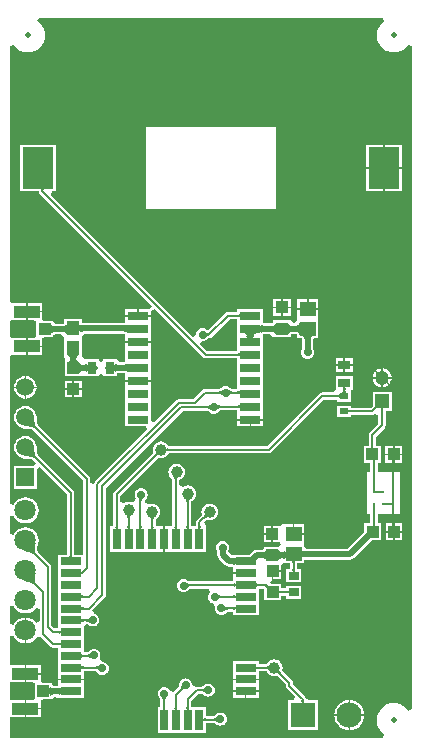
<source format=gtl>
G04*
G04 #@! TF.GenerationSoftware,Altium Limited,Altium Designer,20.2.7 (254)*
G04*
G04 Layer_Physical_Order=1*
G04 Layer_Color=255*
%FSLAX44Y44*%
%MOMM*%
G71*
G04*
G04 #@! TF.SameCoordinates,3AAC9187-E8BA-4CE9-B87A-6CD4D1A61E21*
G04*
G04*
G04 #@! TF.FilePolarity,Positive*
G04*
G01*
G75*
%ADD11C,0.2000*%
%ADD16R,1.4000X1.2000*%
%ADD39C,0.3000*%
%ADD40R,1.0000X1.0500*%
%ADD41R,1.0000X0.8000*%
%ADD42R,0.8000X1.0000*%
%ADD43R,1.8000X0.7000*%
%ADD44R,1.8000X0.8000*%
%ADD45C,1.0000*%
%ADD46R,0.8000X0.6000*%
%ADD47R,1.0500X1.0000*%
%ADD48R,2.2000X1.0500*%
%ADD49R,0.7000X1.8000*%
%ADD50R,1.0500X1.0000*%
%ADD51R,0.9000X0.7000*%
%ADD52R,2.6000X3.5600*%
%ADD53R,1.0800X1.2200*%
%ADD54C,0.5000*%
%ADD55C,1.8000*%
%ADD56C,1.5000*%
%ADD57R,1.5000X1.5000*%
%ADD58R,2.1500X2.1500*%
%ADD59C,2.1500*%
%ADD60C,0.5000*%
%ADD61C,1.2000*%
%ADD62R,1.2000X1.2000*%
%ADD63C,0.7000*%
G36*
X2217634Y1766805D02*
X2217622Y1766458D01*
X2215553Y1764761D01*
X2213741Y1762553D01*
X2212395Y1760034D01*
X2211566Y1757301D01*
X2211286Y1754458D01*
X2211566Y1751616D01*
X2212395Y1748882D01*
X2213741Y1746363D01*
X2215553Y1744155D01*
X2217761Y1742343D01*
X2220280Y1740997D01*
X2223014Y1740168D01*
X2225856Y1739888D01*
X2228699Y1740168D01*
X2231432Y1740997D01*
X2233951Y1742343D01*
X2236159Y1744155D01*
X2237856Y1746224D01*
X2238203Y1746236D01*
X2240856Y1745060D01*
X2240856Y1183856D01*
X2238203Y1182681D01*
X2237856Y1182693D01*
X2236159Y1184761D01*
X2233951Y1186573D01*
X2231432Y1187919D01*
X2228699Y1188748D01*
X2225856Y1189028D01*
X2223014Y1188748D01*
X2220280Y1187919D01*
X2217761Y1186573D01*
X2215553Y1184761D01*
X2213741Y1182553D01*
X2212395Y1180034D01*
X2211566Y1177301D01*
X2211286Y1174458D01*
X2211566Y1171616D01*
X2212395Y1168882D01*
X2213741Y1166363D01*
X2215553Y1164156D01*
X2217622Y1162458D01*
X2217634Y1162111D01*
X2216458Y1159458D01*
X1900856D01*
Y1174146D01*
X1900885Y1177134D01*
X1903856Y1177134D01*
X1913135D01*
Y1184384D01*
Y1191634D01*
X1903856D01*
X1900885Y1191634D01*
X1900856Y1194622D01*
Y1203646D01*
X1900885Y1206634D01*
X1903856Y1206634D01*
X1913135D01*
Y1213884D01*
Y1221134D01*
X1903856D01*
X1900885Y1221134D01*
X1900856Y1224122D01*
Y1245459D01*
X1903856Y1246056D01*
X1904248Y1245111D01*
X1906011Y1242813D01*
X1908309Y1241050D01*
X1910984Y1239941D01*
X1913106Y1239662D01*
Y1250658D01*
Y1261654D01*
X1910984Y1261375D01*
X1908309Y1260267D01*
X1906011Y1258503D01*
X1904248Y1256206D01*
X1903856Y1255260D01*
X1900856Y1255857D01*
Y1270859D01*
X1903856Y1271456D01*
X1904248Y1270511D01*
X1906011Y1268213D01*
X1908309Y1266450D01*
X1910984Y1265341D01*
X1913856Y1264963D01*
X1916728Y1265341D01*
X1919404Y1266450D01*
X1921701Y1268213D01*
X1922797Y1269641D01*
X1925797Y1268623D01*
Y1258093D01*
X1922797Y1257075D01*
X1921701Y1258503D01*
X1919404Y1260267D01*
X1916728Y1261375D01*
X1914606Y1261654D01*
Y1250658D01*
Y1239662D01*
X1916728Y1239941D01*
X1919404Y1241050D01*
X1921701Y1242813D01*
X1923465Y1245111D01*
X1926693Y1245295D01*
X1935093Y1236895D01*
X1935093Y1236895D01*
X1936086Y1236232D01*
X1937256Y1235999D01*
X1941216D01*
Y1223558D01*
Y1213558D01*
Y1209808D01*
X1952216D01*
X1963216D01*
Y1215999D01*
X1973461D01*
X1973477Y1215997D01*
X1973558Y1215975D01*
X1973637Y1215944D01*
X1973720Y1215901D01*
X1973812Y1215840D01*
X1973916Y1215756D01*
X1974032Y1215643D01*
X1974159Y1215497D01*
X1974336Y1215258D01*
X1974478Y1215129D01*
X1974933Y1214536D01*
X1976082Y1213654D01*
X1977420Y1213100D01*
X1978856Y1212911D01*
X1980292Y1213100D01*
X1981630Y1213654D01*
X1982779Y1214536D01*
X1983660Y1215684D01*
X1984214Y1217022D01*
X1984404Y1218458D01*
X1984214Y1219894D01*
X1983660Y1221232D01*
X1982779Y1222381D01*
X1981630Y1223262D01*
X1980292Y1223817D01*
X1978856Y1224006D01*
X1978333Y1223937D01*
X1976689Y1226248D01*
X1976586Y1226588D01*
X1976660Y1226684D01*
X1977215Y1228022D01*
X1977404Y1229458D01*
X1977215Y1230894D01*
X1976660Y1232232D01*
X1975779Y1233381D01*
X1974630Y1234262D01*
X1973292Y1234817D01*
X1971856Y1235006D01*
X1970420Y1234817D01*
X1969082Y1234262D01*
X1967934Y1233381D01*
X1967650Y1233011D01*
X1967525Y1232910D01*
X1967326Y1232671D01*
X1967178Y1232516D01*
X1967041Y1232394D01*
X1966917Y1232300D01*
X1966804Y1232230D01*
X1966702Y1232180D01*
X1966607Y1232144D01*
X1966514Y1232120D01*
X1966493Y1232117D01*
X1963216D01*
Y1243558D01*
Y1254668D01*
X1965623Y1255815D01*
X1966092Y1255917D01*
X1966265Y1255850D01*
X1966456Y1255761D01*
X1966638Y1255662D01*
X1967141Y1255330D01*
X1967406Y1255125D01*
X1967583Y1255037D01*
X1968082Y1254654D01*
X1969420Y1254100D01*
X1970856Y1253911D01*
X1972292Y1254100D01*
X1973630Y1254654D01*
X1974779Y1255536D01*
X1975660Y1256684D01*
X1976214Y1258022D01*
X1976404Y1259458D01*
X1976214Y1260894D01*
X1975660Y1262232D01*
X1974779Y1263381D01*
X1973630Y1264262D01*
X1972292Y1264817D01*
X1971842Y1264876D01*
X1970692Y1267374D01*
X1970653Y1267929D01*
X1981019Y1278295D01*
X1981019Y1278295D01*
X1981682Y1279288D01*
X1981915Y1280458D01*
X1981915Y1280458D01*
Y1371191D01*
X2047123Y1436399D01*
X2068098D01*
X2068126Y1436395D01*
X2068244Y1436367D01*
X2068371Y1436324D01*
X2068510Y1436263D01*
X2068661Y1436181D01*
X2068828Y1436073D01*
X2069007Y1435939D01*
X2069198Y1435775D01*
X2069398Y1435582D01*
X2069433Y1435535D01*
X2070582Y1434654D01*
X2071920Y1434100D01*
X2073356Y1433911D01*
X2074792Y1434100D01*
X2076130Y1434654D01*
X2077279Y1435535D01*
X2077643Y1436010D01*
X2077784Y1436131D01*
X2077971Y1436370D01*
X2078109Y1436520D01*
X2078235Y1436639D01*
X2078349Y1436728D01*
X2078452Y1436793D01*
X2078544Y1436840D01*
X2078631Y1436873D01*
X2078719Y1436897D01*
X2078737Y1436899D01*
X2093356D01*
Y1429708D01*
X2115356D01*
Y1433958D01*
Y1444958D01*
Y1455958D01*
Y1466958D01*
Y1477958D01*
Y1488958D01*
Y1501181D01*
X2115524Y1501221D01*
X2116010Y1501298D01*
X2116984Y1501370D01*
X2121044D01*
X2123810Y1499127D01*
Y1498966D01*
X2125841Y1498957D01*
X2125884Y1498966D01*
X2126810Y1498966D01*
X2136236Y1498966D01*
X2136280Y1498957D01*
X2138310Y1498966D01*
X2138310Y1500806D01*
X2138325Y1500947D01*
X2138444Y1501019D01*
X2138726Y1501133D01*
X2139158Y1501248D01*
X2139734Y1501343D01*
X2140140Y1501378D01*
X2142074D01*
X2142489Y1501342D01*
X2143069Y1501246D01*
X2143504Y1501129D01*
X2143788Y1501014D01*
X2143904Y1500943D01*
Y1497966D01*
X2147714D01*
X2147877Y1497949D01*
X2147954Y1497823D01*
X2148068Y1497543D01*
X2148184Y1497113D01*
X2148280Y1496539D01*
X2148316Y1496129D01*
Y1489076D01*
X2148052Y1488732D01*
X2147498Y1487394D01*
X2147309Y1485958D01*
X2147498Y1484522D01*
X2148052Y1483184D01*
X2148934Y1482036D01*
X2150082Y1481154D01*
X2151420Y1480600D01*
X2152856Y1480411D01*
X2154292Y1480600D01*
X2155630Y1481154D01*
X2156779Y1482036D01*
X2157660Y1483184D01*
X2158215Y1484522D01*
X2158404Y1485958D01*
X2158215Y1487394D01*
X2157660Y1488732D01*
X2157492Y1488951D01*
Y1496129D01*
X2157529Y1496539D01*
X2157624Y1497113D01*
X2157740Y1497543D01*
X2157854Y1497823D01*
X2157932Y1497949D01*
X2158094Y1497966D01*
X2161904D01*
Y1511966D01*
X2161904Y1513966D01*
X2161904Y1516966D01*
Y1522216D01*
X2143904D01*
Y1516966D01*
X2143904Y1514966D01*
X2143904Y1512796D01*
X2141084Y1510554D01*
X2141073D01*
X2138310Y1512796D01*
Y1512966D01*
X2136280Y1512975D01*
X2136236Y1512966D01*
X2135310Y1512966D01*
X2125885Y1512966D01*
X2125841Y1512975D01*
X2123810Y1512966D01*
X2123810Y1511126D01*
X2123795Y1510979D01*
X2123674Y1510906D01*
X2123392Y1510792D01*
X2122961Y1510677D01*
X2122385Y1510582D01*
X2121978Y1510546D01*
X2116859D01*
X2116658Y1510553D01*
X2116035Y1510614D01*
X2115524Y1510695D01*
X2115356Y1510735D01*
Y1522458D01*
X2093356D01*
Y1520017D01*
X2085410D01*
X2085410Y1520017D01*
X2084240Y1519784D01*
X2083247Y1519121D01*
X2083247Y1519121D01*
X2068506Y1504380D01*
X2068430Y1504419D01*
X2068246Y1504529D01*
X2068049Y1504666D01*
X2067838Y1504832D01*
X2067577Y1505061D01*
X2067443Y1505138D01*
X2066630Y1505762D01*
X2065292Y1506317D01*
X2063856Y1506506D01*
X2062420Y1506317D01*
X2061082Y1505762D01*
X2059933Y1504881D01*
X2059052Y1503732D01*
X2058498Y1502394D01*
X2058309Y1500958D01*
X2058367Y1500516D01*
X2055543Y1499097D01*
X1935253Y1619386D01*
X1936402Y1622158D01*
X1939356D01*
Y1661758D01*
X1909356D01*
Y1622158D01*
X1924960D01*
X1925159Y1621159D01*
X1925822Y1620167D01*
X2020654Y1525335D01*
X2019288Y1522458D01*
X2010106D01*
Y1517708D01*
X2020356D01*
Y1521390D01*
X2023233Y1522756D01*
X2064193Y1481795D01*
X2064193Y1481795D01*
X2065186Y1481132D01*
X2066356Y1480899D01*
X2066356Y1480899D01*
X2093356D01*
Y1466958D01*
Y1455017D01*
X2088615D01*
X2088586Y1455021D01*
X2088468Y1455049D01*
X2088341Y1455092D01*
X2088203Y1455153D01*
X2088051Y1455236D01*
X2087885Y1455343D01*
X2087705Y1455478D01*
X2087514Y1455641D01*
X2087314Y1455834D01*
X2087279Y1455881D01*
X2086130Y1456762D01*
X2084792Y1457316D01*
X2083356Y1457506D01*
X2081920Y1457316D01*
X2080582Y1456762D01*
X2079433Y1455881D01*
X2079398Y1455834D01*
X2079198Y1455641D01*
X2079007Y1455478D01*
X2078827Y1455343D01*
X2078662Y1455236D01*
X2078510Y1455153D01*
X2078371Y1455092D01*
X2078244Y1455049D01*
X2078126Y1455021D01*
X2078098Y1455017D01*
X2065856D01*
X2065856Y1455017D01*
X2064686Y1454784D01*
X2063693Y1454121D01*
X2056089Y1446517D01*
X2044199D01*
X2043029Y1446284D01*
X2042036Y1445621D01*
X2023128Y1426712D01*
X2020356Y1427860D01*
Y1433958D01*
Y1444958D01*
Y1455958D01*
Y1461208D01*
X1998356D01*
Y1455958D01*
Y1444958D01*
Y1433958D01*
Y1423458D01*
X2015954D01*
X2017102Y1420686D01*
X1972693Y1376278D01*
X1972030Y1375285D01*
X1971915Y1374706D01*
X1968915Y1375002D01*
Y1378858D01*
X1968915Y1378858D01*
X1968682Y1380029D01*
X1968019Y1381021D01*
X1968019Y1381021D01*
X1924355Y1424685D01*
X1924335Y1424709D01*
X1924192Y1424941D01*
X1924034Y1425287D01*
X1923877Y1425750D01*
X1923731Y1426326D01*
X1923607Y1427011D01*
X1923511Y1427780D01*
X1923400Y1429699D01*
X1923396Y1430540D01*
X1923438Y1430858D01*
X1923112Y1433338D01*
X1922154Y1435649D01*
X1920632Y1437634D01*
X1918647Y1439156D01*
X1916336Y1440114D01*
X1913856Y1440440D01*
X1911376Y1440114D01*
X1909065Y1439156D01*
X1907081Y1437634D01*
X1905558Y1435649D01*
X1904601Y1433338D01*
X1904274Y1430858D01*
X1904601Y1428378D01*
X1905558Y1426067D01*
X1907081Y1424083D01*
X1909065Y1422560D01*
X1911376Y1421603D01*
X1913856Y1421276D01*
X1914174Y1421318D01*
X1915015Y1421314D01*
X1916935Y1421203D01*
X1917703Y1421107D01*
X1918389Y1420983D01*
X1918965Y1420838D01*
X1919427Y1420680D01*
X1919774Y1420522D01*
X1920005Y1420379D01*
X1920029Y1420359D01*
X1962797Y1377591D01*
Y1314558D01*
X1955275D01*
Y1367098D01*
X1955275Y1367098D01*
X1955042Y1368269D01*
X1954379Y1369261D01*
X1954379Y1369261D01*
X1924355Y1399285D01*
X1924335Y1399309D01*
X1924192Y1399541D01*
X1924034Y1399887D01*
X1923877Y1400349D01*
X1923731Y1400926D01*
X1923607Y1401611D01*
X1923511Y1402380D01*
X1923400Y1404299D01*
X1923396Y1405140D01*
X1923438Y1405458D01*
X1923112Y1407938D01*
X1922154Y1410249D01*
X1920632Y1412234D01*
X1918647Y1413756D01*
X1916336Y1414714D01*
X1913856Y1415040D01*
X1911376Y1414714D01*
X1909065Y1413756D01*
X1907081Y1412234D01*
X1905558Y1410249D01*
X1904601Y1407938D01*
X1904274Y1405458D01*
X1904601Y1402978D01*
X1905558Y1400667D01*
X1907081Y1398683D01*
X1909065Y1397160D01*
X1911376Y1396203D01*
X1913856Y1395876D01*
X1914174Y1395918D01*
X1915015Y1395914D01*
X1916935Y1395804D01*
X1917703Y1395707D01*
X1918389Y1395583D01*
X1918965Y1395438D01*
X1919427Y1395280D01*
X1919774Y1395122D01*
X1920005Y1394979D01*
X1920029Y1394959D01*
X1922430Y1392558D01*
X1921188Y1389558D01*
X1904356D01*
Y1370558D01*
X1923356D01*
Y1387390D01*
X1926356Y1388632D01*
X1949157Y1365831D01*
Y1314558D01*
X1941216D01*
Y1303558D01*
Y1293558D01*
Y1283558D01*
Y1273558D01*
Y1263558D01*
Y1252858D01*
X1938216Y1252424D01*
X1935915Y1254725D01*
Y1304458D01*
X1935915Y1304458D01*
X1935682Y1305629D01*
X1935019Y1306621D01*
X1935019Y1306621D01*
X1924332Y1317308D01*
X1924230Y1317431D01*
X1924065Y1317715D01*
X1923922Y1318089D01*
X1923812Y1318571D01*
X1923748Y1319169D01*
X1923744Y1319882D01*
X1923806Y1320675D01*
X1924174Y1322700D01*
X1924408Y1323588D01*
X1924573Y1323987D01*
X1924951Y1326858D01*
X1924573Y1329730D01*
X1923465Y1332406D01*
X1921701Y1334703D01*
X1919404Y1336467D01*
X1916728Y1337575D01*
X1913856Y1337953D01*
X1910984Y1337575D01*
X1908309Y1336467D01*
X1906011Y1334703D01*
X1904248Y1332406D01*
X1903856Y1331460D01*
X1900856Y1332057D01*
Y1347059D01*
X1903856Y1347656D01*
X1904248Y1346711D01*
X1906011Y1344413D01*
X1908309Y1342650D01*
X1910984Y1341541D01*
X1913856Y1341163D01*
X1916728Y1341541D01*
X1919404Y1342650D01*
X1921701Y1344413D01*
X1923465Y1346711D01*
X1924573Y1349387D01*
X1924951Y1352258D01*
X1924573Y1355130D01*
X1923465Y1357806D01*
X1921701Y1360103D01*
X1919404Y1361867D01*
X1916728Y1362975D01*
X1913856Y1363353D01*
X1910984Y1362975D01*
X1908309Y1361867D01*
X1906011Y1360103D01*
X1904248Y1357806D01*
X1903856Y1356860D01*
X1900856Y1357457D01*
Y1481171D01*
X1901901Y1483738D01*
X1903856Y1483738D01*
X1914151D01*
Y1490988D01*
Y1498238D01*
X1903856D01*
X1901901Y1498238D01*
X1900856Y1500805D01*
Y1510671D01*
X1901901Y1513238D01*
X1903856Y1513238D01*
X1914151D01*
Y1520488D01*
Y1527738D01*
X1903856D01*
X1901901Y1527738D01*
X1900856Y1530305D01*
Y1745061D01*
X1903509Y1746236D01*
X1903856Y1746224D01*
X1905553Y1744155D01*
X1907761Y1742343D01*
X1910280Y1740997D01*
X1913014Y1740168D01*
X1915856Y1739888D01*
X1918699Y1740168D01*
X1921432Y1740997D01*
X1923951Y1742343D01*
X1926159Y1744155D01*
X1927971Y1746363D01*
X1929317Y1748882D01*
X1930146Y1751616D01*
X1930426Y1754458D01*
X1930146Y1757301D01*
X1929317Y1760034D01*
X1927971Y1762553D01*
X1926159Y1764761D01*
X1924091Y1766458D01*
X1924079Y1766805D01*
X1925254Y1769458D01*
X2216458D01*
X2217634Y1766805D01*
D02*
G37*
G36*
X1929680Y1624170D02*
X1929534Y1624114D01*
X1929405Y1624021D01*
X1929294Y1623891D01*
X1929199Y1623724D01*
X1929122Y1623519D01*
X1929062Y1623278D01*
X1929019Y1622999D01*
X1928993Y1622683D01*
X1928985Y1622330D01*
X1926985D01*
X1926976Y1622683D01*
X1926950Y1622999D01*
X1926907Y1623278D01*
X1926847Y1623519D01*
X1926770Y1623724D01*
X1926675Y1623891D01*
X1926564Y1624021D01*
X1926435Y1624114D01*
X1926289Y1624170D01*
X1926126Y1624189D01*
X1929843D01*
X1929680Y1624170D01*
D02*
G37*
G36*
X2095417Y1514958D02*
X2095397Y1515148D01*
X2095336Y1515318D01*
X2095234Y1515468D01*
X2095092Y1515598D01*
X2094910Y1515708D01*
X2094686Y1515798D01*
X2094422Y1515868D01*
X2094118Y1515918D01*
X2093772Y1515948D01*
X2093387Y1515958D01*
Y1517958D01*
X2093772Y1517968D01*
X2094118Y1517998D01*
X2094422Y1518048D01*
X2094686Y1518118D01*
X2094910Y1518208D01*
X2095092Y1518318D01*
X2095234Y1518448D01*
X2095336Y1518598D01*
X2095397Y1518768D01*
X2095417Y1518958D01*
Y1514958D01*
D02*
G37*
G36*
X2145965Y1500966D02*
X2145915Y1501441D01*
X2145764Y1501866D01*
X2145512Y1502241D01*
X2145160Y1502566D01*
X2144707Y1502841D01*
X2144154Y1503066D01*
X2143500Y1503241D01*
X2142746Y1503366D01*
X2141890Y1503441D01*
X2141107Y1503462D01*
X2140330Y1503441D01*
X2139480Y1503367D01*
X2138730Y1503244D01*
X2138080Y1503071D01*
X2137530Y1502849D01*
X2137080Y1502577D01*
X2136730Y1502256D01*
X2136480Y1501886D01*
X2136330Y1501466D01*
X2136280Y1500997D01*
Y1510936D01*
X2136330Y1510466D01*
X2136480Y1510047D01*
X2136730Y1509676D01*
X2137080Y1509355D01*
X2137530Y1509084D01*
X2138080Y1508861D01*
X2138730Y1508688D01*
X2139480Y1508565D01*
X2140330Y1508491D01*
X2141107Y1508471D01*
X2141890Y1508491D01*
X2142746Y1508566D01*
X2143500Y1508691D01*
X2144154Y1508866D01*
X2144707Y1509091D01*
X2145160Y1509366D01*
X2145512Y1509691D01*
X2145764Y1510066D01*
X2145915Y1510491D01*
X2145965Y1510966D01*
Y1500966D01*
D02*
G37*
G36*
X2113376Y1509648D02*
X2113526Y1509399D01*
X2113776Y1509178D01*
X2114126Y1508987D01*
X2114576Y1508826D01*
X2115126Y1508693D01*
X2115776Y1508590D01*
X2116526Y1508517D01*
X2118326Y1508458D01*
Y1503458D01*
X2117376Y1503443D01*
X2115776Y1503326D01*
X2115126Y1503223D01*
X2114576Y1503091D01*
X2114126Y1502929D01*
X2113776Y1502738D01*
X2113526Y1502518D01*
X2113376Y1502268D01*
X2113326Y1501989D01*
Y1509928D01*
X2113376Y1509648D01*
D02*
G37*
G36*
X2125841Y1500997D02*
X2125791Y1501464D01*
X2125641Y1501883D01*
X2125391Y1502252D01*
X2125041Y1502572D01*
X2124591Y1502843D01*
X2124041Y1503064D01*
X2123391Y1503237D01*
X2122641Y1503360D01*
X2121791Y1503434D01*
X2120841Y1503458D01*
Y1508458D01*
X2121791Y1508483D01*
X2122641Y1508557D01*
X2123391Y1508681D01*
X2124041Y1508855D01*
X2124591Y1509077D01*
X2125041Y1509350D01*
X2125391Y1509672D01*
X2125641Y1510044D01*
X2125791Y1510465D01*
X2125841Y1510936D01*
Y1500997D01*
D02*
G37*
G36*
X2066534Y1503263D02*
X2066837Y1503025D01*
X2067139Y1502816D01*
X2067441Y1502634D01*
X2067743Y1502480D01*
X2068046Y1502354D01*
X2068348Y1502257D01*
X2068650Y1502187D01*
X2068952Y1502145D01*
X2069254Y1502131D01*
X2069357Y1500131D01*
X2069048Y1500116D01*
X2068744Y1500071D01*
X2068444Y1499996D01*
X2068149Y1499892D01*
X2067859Y1499757D01*
X2067572Y1499592D01*
X2067291Y1499398D01*
X2067014Y1499173D01*
X2066741Y1498919D01*
X2066474Y1498634D01*
X2066232Y1503528D01*
X2066534Y1503263D01*
D02*
G37*
G36*
X2093356Y1499958D02*
Y1487017D01*
X2067623D01*
X2061995Y1492645D01*
X2063414Y1495469D01*
X2063856Y1495411D01*
X2065292Y1495600D01*
X2066630Y1496154D01*
X2067779Y1497036D01*
X2067902Y1497197D01*
X2067957Y1497236D01*
X2068181Y1497473D01*
X2068353Y1497634D01*
X2068514Y1497764D01*
X2068663Y1497867D01*
X2068798Y1497944D01*
X2068921Y1498001D01*
X2069034Y1498042D01*
X2069141Y1498068D01*
X2069167Y1498072D01*
X2069583D01*
X2069583Y1498072D01*
X2070753Y1498305D01*
X2071746Y1498968D01*
X2086677Y1513899D01*
X2093356D01*
Y1499958D01*
D02*
G37*
G36*
X2106729Y1502972D02*
X2106804Y1502117D01*
X2106825Y1501989D01*
X2109204D01*
X2108729Y1501939D01*
X2108304Y1501789D01*
X2107929Y1501539D01*
X2107604Y1501189D01*
X2107329Y1500739D01*
X2107210Y1500448D01*
X2107329Y1500155D01*
X2107604Y1499702D01*
X2107929Y1499350D01*
X2108304Y1499098D01*
X2108729Y1498947D01*
X2109204Y1498897D01*
X2106822D01*
X2106804Y1498789D01*
X2106729Y1497939D01*
X2106704Y1496989D01*
X2101704D01*
X2101679Y1497939D01*
X2101604Y1498789D01*
X2101586Y1498897D01*
X2099204D01*
X2099679Y1498947D01*
X2100104Y1499098D01*
X2100479Y1499350D01*
X2100804Y1499702D01*
X2101079Y1500155D01*
X2101198Y1500448D01*
X2101079Y1500739D01*
X2100804Y1501189D01*
X2100479Y1501539D01*
X2100104Y1501789D01*
X2099679Y1501939D01*
X2099204Y1501989D01*
X2101583D01*
X2101604Y1502117D01*
X2101679Y1502972D01*
X2101704Y1503928D01*
X2106704D01*
X2106729Y1502972D01*
D02*
G37*
G36*
X2157429Y1499947D02*
X2157004Y1499797D01*
X2156629Y1499547D01*
X2156304Y1499197D01*
X2156029Y1498747D01*
X2155804Y1498197D01*
X2155629Y1497547D01*
X2155504Y1496797D01*
X2155429Y1495947D01*
X2155404Y1494997D01*
X2150404D01*
X2150379Y1495947D01*
X2150304Y1496797D01*
X2150179Y1497547D01*
X2150004Y1498197D01*
X2149779Y1498747D01*
X2149504Y1499197D01*
X2149179Y1499547D01*
X2148804Y1499797D01*
X2148379Y1499947D01*
X2147904Y1499997D01*
X2157904D01*
X2157429Y1499947D01*
D02*
G37*
G36*
X2095417Y1481958D02*
X2095397Y1482148D01*
X2095336Y1482318D01*
X2095234Y1482468D01*
X2095092Y1482598D01*
X2094910Y1482708D01*
X2094686Y1482798D01*
X2094422Y1482868D01*
X2094118Y1482918D01*
X2093772Y1482948D01*
X2093387Y1482958D01*
Y1484958D01*
X2093772Y1484968D01*
X2094118Y1484998D01*
X2094422Y1485048D01*
X2094686Y1485118D01*
X2094910Y1485208D01*
X2095092Y1485318D01*
X2095234Y1485448D01*
X2095336Y1485598D01*
X2095397Y1485768D01*
X2095417Y1485958D01*
Y1481958D01*
D02*
G37*
G36*
Y1449958D02*
X2095397Y1450148D01*
X2095336Y1450318D01*
X2095234Y1450468D01*
X2095092Y1450598D01*
X2094910Y1450708D01*
X2094686Y1450798D01*
X2094422Y1450868D01*
X2094118Y1450918D01*
X2093772Y1450948D01*
X2093387Y1450958D01*
Y1452958D01*
X2093772Y1452968D01*
X2094118Y1452998D01*
X2094422Y1453048D01*
X2094686Y1453118D01*
X2094910Y1453208D01*
X2095092Y1453318D01*
X2095234Y1453448D01*
X2095336Y1453598D01*
X2095397Y1453768D01*
X2095417Y1453958D01*
Y1449958D01*
D02*
G37*
G36*
X2086141Y1454133D02*
X2086429Y1453886D01*
X2086718Y1453669D01*
X2087011Y1453480D01*
X2087305Y1453321D01*
X2087601Y1453190D01*
X2087900Y1453089D01*
X2088201Y1453016D01*
X2088505Y1452973D01*
X2088810Y1452958D01*
Y1450958D01*
X2088505Y1450944D01*
X2088201Y1450900D01*
X2087900Y1450828D01*
X2087601Y1450726D01*
X2087305Y1450596D01*
X2087011Y1450436D01*
X2086718Y1450248D01*
X2086429Y1450030D01*
X2086141Y1449784D01*
X2085856Y1449508D01*
Y1454408D01*
X2086141Y1454133D01*
D02*
G37*
G36*
X2080857Y1449508D02*
X2080571Y1449784D01*
X2080284Y1450030D01*
X2079994Y1450248D01*
X2079702Y1450436D01*
X2079407Y1450596D01*
X2079111Y1450726D01*
X2078812Y1450828D01*
X2078511Y1450900D01*
X2078208Y1450944D01*
X2077902Y1450958D01*
Y1452958D01*
X2078208Y1452973D01*
X2078511Y1453016D01*
X2078812Y1453089D01*
X2079111Y1453190D01*
X2079407Y1453321D01*
X2079702Y1453480D01*
X2079994Y1453669D01*
X2080284Y1453886D01*
X2080571Y1454133D01*
X2080857Y1454408D01*
Y1449508D01*
D02*
G37*
G36*
X2095417Y1437958D02*
X2095397Y1438148D01*
X2095336Y1438318D01*
X2095234Y1438468D01*
X2095092Y1438598D01*
X2094910Y1438708D01*
X2094686Y1438798D01*
X2094422Y1438868D01*
X2094118Y1438918D01*
X2093772Y1438948D01*
X2093387Y1438958D01*
Y1440958D01*
X2093772Y1440968D01*
X2094118Y1440998D01*
X2094422Y1441048D01*
X2094686Y1441118D01*
X2094910Y1441208D01*
X2095092Y1441318D01*
X2095234Y1441448D01*
X2095336Y1441598D01*
X2095397Y1441768D01*
X2095417Y1441958D01*
Y1437958D01*
D02*
G37*
G36*
X2075814Y1441996D02*
X2076468Y1441586D01*
X2076788Y1441420D01*
X2077104Y1441279D01*
X2077416Y1441163D01*
X2077723Y1441073D01*
X2078026Y1441009D01*
X2078324Y1440971D01*
X2078618Y1440958D01*
X2078920Y1438958D01*
X2078606Y1438943D01*
X2078301Y1438895D01*
X2078005Y1438817D01*
X2077717Y1438707D01*
X2077439Y1438566D01*
X2077169Y1438394D01*
X2076909Y1438190D01*
X2076657Y1437955D01*
X2076414Y1437688D01*
X2076180Y1437390D01*
X2075480Y1442240D01*
X2075814Y1441996D01*
D02*
G37*
G36*
X2070857Y1437008D02*
X2070571Y1437284D01*
X2070284Y1437530D01*
X2069994Y1437748D01*
X2069702Y1437936D01*
X2069407Y1438096D01*
X2069111Y1438226D01*
X2068812Y1438328D01*
X2068511Y1438400D01*
X2068208Y1438444D01*
X2067902Y1438458D01*
Y1440458D01*
X2068208Y1440473D01*
X2068511Y1440516D01*
X2068812Y1440589D01*
X2069111Y1440690D01*
X2069407Y1440821D01*
X2069702Y1440980D01*
X2069994Y1441169D01*
X2070284Y1441386D01*
X2070571Y1441633D01*
X2070857Y1441908D01*
Y1437008D01*
D02*
G37*
G36*
X1921362Y1429635D02*
X1921479Y1427595D01*
X1921590Y1426702D01*
X1921737Y1425894D01*
X1921920Y1425171D01*
X1922137Y1424532D01*
X1922390Y1423979D01*
X1922678Y1423511D01*
X1923001Y1423127D01*
X1921587Y1421713D01*
X1921203Y1422036D01*
X1920735Y1422325D01*
X1920182Y1422577D01*
X1919544Y1422795D01*
X1918820Y1422977D01*
X1918013Y1423124D01*
X1917119Y1423235D01*
X1915079Y1423353D01*
X1913931Y1423358D01*
X1921356Y1430783D01*
X1921362Y1429635D01*
D02*
G37*
G36*
Y1404235D02*
X1921479Y1402195D01*
X1921590Y1401302D01*
X1921737Y1400494D01*
X1921920Y1399771D01*
X1922137Y1399132D01*
X1922390Y1398579D01*
X1922678Y1398111D01*
X1923001Y1397727D01*
X1921587Y1396313D01*
X1921203Y1396636D01*
X1920735Y1396924D01*
X1920182Y1397177D01*
X1919544Y1397395D01*
X1918820Y1397577D01*
X1918013Y1397724D01*
X1917119Y1397835D01*
X1915079Y1397953D01*
X1913931Y1397959D01*
X1921356Y1405383D01*
X1921362Y1404235D01*
D02*
G37*
G36*
X1922181Y1323143D02*
X1921781Y1320937D01*
X1921705Y1319955D01*
X1921710Y1319054D01*
X1921797Y1318234D01*
X1921967Y1317495D01*
X1922218Y1316836D01*
X1922552Y1316258D01*
X1922968Y1315761D01*
X1921158Y1314742D01*
X1920852Y1314986D01*
X1920400Y1315252D01*
X1919802Y1315540D01*
X1919059Y1315849D01*
X1917135Y1316533D01*
X1911539Y1318162D01*
X1922505Y1324367D01*
X1922181Y1323143D01*
D02*
G37*
G36*
X1953226Y1314148D02*
X1953256Y1313808D01*
X1953306Y1313508D01*
X1953376Y1313248D01*
X1953466Y1313028D01*
X1953576Y1312848D01*
X1953706Y1312708D01*
X1953856Y1312608D01*
X1954026Y1312548D01*
X1954216Y1312528D01*
X1950216D01*
X1950406Y1312548D01*
X1950576Y1312608D01*
X1950726Y1312708D01*
X1950856Y1312848D01*
X1950966Y1313028D01*
X1951056Y1313248D01*
X1951126Y1313508D01*
X1951176Y1313808D01*
X1951206Y1314148D01*
X1951216Y1314528D01*
X1953216D01*
X1953226Y1314148D01*
D02*
G37*
G36*
X1922181Y1297743D02*
X1921781Y1295537D01*
X1921705Y1294556D01*
X1921710Y1293654D01*
X1921797Y1292834D01*
X1921967Y1292095D01*
X1922218Y1291436D01*
X1922552Y1290858D01*
X1922968Y1290361D01*
X1921158Y1289341D01*
X1920852Y1289586D01*
X1920400Y1289852D01*
X1919802Y1290140D01*
X1919059Y1290449D01*
X1917135Y1291133D01*
X1911539Y1292762D01*
X1922505Y1298967D01*
X1922181Y1297743D01*
D02*
G37*
G36*
X1961176Y1280868D02*
X1961236Y1280698D01*
X1961338Y1280548D01*
X1961480Y1280418D01*
X1961663Y1280308D01*
X1961886Y1280218D01*
X1962150Y1280148D01*
X1962455Y1280098D01*
X1962800Y1280068D01*
X1963186Y1280058D01*
Y1278058D01*
X1962800Y1278048D01*
X1962455Y1278018D01*
X1962150Y1277968D01*
X1961886Y1277898D01*
X1961663Y1277808D01*
X1961480Y1277698D01*
X1961338Y1277568D01*
X1961236Y1277418D01*
X1961176Y1277248D01*
X1961155Y1277058D01*
Y1281058D01*
X1961176Y1280868D01*
D02*
G37*
G36*
Y1270868D02*
X1961236Y1270698D01*
X1961338Y1270548D01*
X1961480Y1270418D01*
X1961663Y1270308D01*
X1961886Y1270218D01*
X1962150Y1270148D01*
X1962455Y1270098D01*
X1962800Y1270068D01*
X1963186Y1270058D01*
Y1268058D01*
X1962800Y1268048D01*
X1962455Y1268018D01*
X1962150Y1267968D01*
X1961886Y1267898D01*
X1961663Y1267808D01*
X1961480Y1267698D01*
X1961338Y1267568D01*
X1961236Y1267418D01*
X1961176Y1267248D01*
X1961155Y1267058D01*
Y1271058D01*
X1961176Y1270868D01*
D02*
G37*
G36*
Y1260868D02*
X1961236Y1260698D01*
X1961338Y1260548D01*
X1961480Y1260418D01*
X1961663Y1260308D01*
X1961886Y1260218D01*
X1962150Y1260148D01*
X1962455Y1260098D01*
X1962800Y1260068D01*
X1963186Y1260058D01*
Y1258058D01*
X1962800Y1258048D01*
X1962455Y1258018D01*
X1962150Y1257968D01*
X1961886Y1257898D01*
X1961663Y1257808D01*
X1961480Y1257698D01*
X1961338Y1257568D01*
X1961236Y1257418D01*
X1961176Y1257248D01*
X1961155Y1257058D01*
Y1261058D01*
X1961176Y1260868D01*
D02*
G37*
G36*
X1968653Y1256739D02*
X1968329Y1256989D01*
X1967689Y1257411D01*
X1967374Y1257583D01*
X1967062Y1257728D01*
X1966753Y1257847D01*
X1966447Y1257939D01*
X1966145Y1258005D01*
X1965845Y1258045D01*
X1965548Y1258058D01*
X1965308Y1260058D01*
X1965620Y1260074D01*
X1965925Y1260120D01*
X1966223Y1260198D01*
X1966513Y1260306D01*
X1966795Y1260445D01*
X1967070Y1260615D01*
X1967337Y1260817D01*
X1967596Y1261049D01*
X1967849Y1261312D01*
X1968093Y1261606D01*
X1968653Y1256739D01*
D02*
G37*
G36*
X1943277Y1247058D02*
X1943257Y1247248D01*
X1943196Y1247418D01*
X1943094Y1247568D01*
X1942952Y1247698D01*
X1942769Y1247808D01*
X1942546Y1247898D01*
X1942282Y1247968D01*
X1941978Y1248018D01*
X1941632Y1248048D01*
X1941247Y1248058D01*
Y1250058D01*
X1941632Y1250068D01*
X1941978Y1250098D01*
X1942282Y1250148D01*
X1942546Y1250218D01*
X1942769Y1250308D01*
X1942952Y1250418D01*
X1943094Y1250548D01*
X1943196Y1250698D01*
X1943257Y1250868D01*
X1943277Y1251058D01*
Y1247058D01*
D02*
G37*
G36*
Y1237058D02*
X1943257Y1237248D01*
X1943196Y1237418D01*
X1943094Y1237568D01*
X1942952Y1237698D01*
X1942769Y1237808D01*
X1942546Y1237898D01*
X1942282Y1237968D01*
X1941978Y1238018D01*
X1941632Y1238048D01*
X1941247Y1238058D01*
Y1240058D01*
X1941632Y1240068D01*
X1941978Y1240098D01*
X1942282Y1240148D01*
X1942546Y1240218D01*
X1942769Y1240308D01*
X1942952Y1240418D01*
X1943094Y1240548D01*
X1943196Y1240698D01*
X1943257Y1240868D01*
X1943277Y1241058D01*
Y1237058D01*
D02*
G37*
G36*
X1961176Y1230868D02*
X1961236Y1230698D01*
X1961338Y1230548D01*
X1961480Y1230418D01*
X1961663Y1230308D01*
X1961886Y1230218D01*
X1962150Y1230148D01*
X1962455Y1230098D01*
X1962800Y1230068D01*
X1963186Y1230058D01*
Y1228058D01*
X1962800Y1228048D01*
X1962455Y1228018D01*
X1962150Y1227968D01*
X1961886Y1227898D01*
X1961663Y1227808D01*
X1961480Y1227698D01*
X1961338Y1227568D01*
X1961236Y1227418D01*
X1961176Y1227248D01*
X1961155Y1227058D01*
Y1231058D01*
X1961176Y1230868D01*
D02*
G37*
G36*
X1969653Y1226739D02*
X1969329Y1226989D01*
X1968689Y1227411D01*
X1968374Y1227583D01*
X1968062Y1227728D01*
X1967753Y1227847D01*
X1967448Y1227939D01*
X1967145Y1228005D01*
X1966845Y1228045D01*
X1966548Y1228058D01*
X1966308Y1230058D01*
X1966620Y1230074D01*
X1966925Y1230120D01*
X1967223Y1230198D01*
X1967513Y1230306D01*
X1967795Y1230445D01*
X1968070Y1230615D01*
X1968337Y1230817D01*
X1968596Y1231049D01*
X1968849Y1231312D01*
X1969093Y1231606D01*
X1969653Y1226739D01*
D02*
G37*
G36*
X1961176Y1220868D02*
X1961236Y1220698D01*
X1961338Y1220548D01*
X1961480Y1220418D01*
X1961663Y1220308D01*
X1961886Y1220218D01*
X1962150Y1220148D01*
X1962455Y1220098D01*
X1962800Y1220068D01*
X1963186Y1220058D01*
Y1218058D01*
X1962800Y1218048D01*
X1962455Y1218018D01*
X1962150Y1217968D01*
X1961886Y1217898D01*
X1961663Y1217808D01*
X1961480Y1217698D01*
X1961338Y1217568D01*
X1961236Y1217418D01*
X1961176Y1217248D01*
X1961155Y1217058D01*
Y1221058D01*
X1961176Y1220868D01*
D02*
G37*
G36*
X1975974Y1216473D02*
X1975750Y1216774D01*
X1975517Y1217044D01*
X1975273Y1217281D01*
X1975018Y1217487D01*
X1974754Y1217662D01*
X1974480Y1217804D01*
X1974195Y1217915D01*
X1973900Y1217995D01*
X1973595Y1218042D01*
X1973279Y1218058D01*
X1973643Y1220058D01*
X1973934Y1220071D01*
X1974232Y1220108D01*
X1974534Y1220170D01*
X1974843Y1220257D01*
X1975157Y1220369D01*
X1975477Y1220505D01*
X1975802Y1220667D01*
X1976471Y1221064D01*
X1976814Y1221300D01*
X1975974Y1216473D01*
D02*
G37*
%LPC*%
G36*
X2232356Y1661758D02*
X2218106D01*
Y1642708D01*
X2232356D01*
Y1661758D01*
D02*
G37*
G36*
X2216606D02*
X2202356D01*
Y1642708D01*
X2216606D01*
Y1661758D01*
D02*
G37*
G36*
X2232356Y1641208D02*
X2218106D01*
Y1622158D01*
X2232356D01*
Y1641208D01*
D02*
G37*
G36*
X2216606D02*
X2202356D01*
Y1622158D01*
X2216606D01*
Y1641208D01*
D02*
G37*
G36*
X2125856Y1676958D02*
X2015856D01*
Y1606958D01*
X2125856D01*
Y1676958D01*
D02*
G37*
G36*
X2138310Y1530966D02*
X2131810D01*
Y1524716D01*
X2138310D01*
Y1530966D01*
D02*
G37*
G36*
X2130310D02*
X2123810D01*
Y1524716D01*
X2130310D01*
Y1530966D01*
D02*
G37*
G36*
X2161904D02*
X2153654D01*
Y1523716D01*
X2161904D01*
Y1530966D01*
D02*
G37*
G36*
X2152154D02*
X2143904D01*
Y1523716D01*
X2152154D01*
Y1530966D01*
D02*
G37*
G36*
X1915651Y1527738D02*
Y1521238D01*
X1927901D01*
Y1527738D01*
X1915651D01*
D02*
G37*
G36*
X2008606Y1522458D02*
X1998356D01*
Y1517708D01*
X2008606D01*
Y1522458D01*
D02*
G37*
G36*
X2138310Y1523216D02*
X2131810D01*
Y1516966D01*
X2138310D01*
Y1523216D01*
D02*
G37*
G36*
X2130310D02*
X2123810D01*
Y1516966D01*
X2130310D01*
Y1523216D01*
D02*
G37*
G36*
X1927901Y1519738D02*
X1915651D01*
Y1513238D01*
X1920108D01*
X1922901Y1512738D01*
X1922901Y1510238D01*
X1922901Y1498738D01*
X1920108Y1498238D01*
X1915651D01*
Y1491738D01*
X1927901D01*
Y1495738D01*
X1927901Y1498238D01*
X1930694Y1498738D01*
X1935327Y1498738D01*
X1935371Y1498729D01*
X1937401Y1498738D01*
X1937401Y1500578D01*
X1937416Y1500719D01*
X1937535Y1500791D01*
X1937817Y1500905D01*
X1938249Y1501020D01*
X1938825Y1501115D01*
X1939231Y1501150D01*
X1944287D01*
X1946956Y1498908D01*
X1946956Y1495418D01*
Y1481618D01*
X1946956D01*
X1947026Y1479946D01*
X1947026Y1479946D01*
Y1465946D01*
X1959452D01*
X1959496Y1465937D01*
X1961526Y1465946D01*
X1964398D01*
X1966429Y1465937D01*
X1966472Y1465946D01*
X1976398D01*
Y1467122D01*
X1977566Y1467732D01*
X1979398Y1466743D01*
Y1465946D01*
X1989324Y1465946D01*
X1989368Y1465937D01*
X1991398Y1465946D01*
X1991398Y1467787D01*
X1991413Y1467927D01*
X1991532Y1467999D01*
X1991814Y1468113D01*
X1992246Y1468228D01*
X1992822Y1468323D01*
X1993228Y1468358D01*
X1996866D01*
X1997055Y1468352D01*
X1997680Y1468291D01*
X1998192Y1468211D01*
X1998356Y1468172D01*
Y1462708D01*
X2020356D01*
Y1466958D01*
Y1477958D01*
Y1488958D01*
Y1494208D01*
X1998356D01*
Y1488958D01*
Y1477726D01*
X1998185Y1477684D01*
X1997700Y1477607D01*
X1996722Y1477534D01*
X1994161D01*
X1991398Y1479776D01*
Y1479946D01*
X1989368Y1479955D01*
X1989324Y1479946D01*
X1988398Y1479946D01*
X1979398D01*
Y1479149D01*
X1977566Y1478160D01*
X1976398Y1478770D01*
Y1479946D01*
X1966472D01*
X1966429Y1479955D01*
X1964554Y1479947D01*
X1963998Y1480031D01*
X1961756Y1482946D01*
Y1495418D01*
X1961756Y1497818D01*
Y1499400D01*
X1964576Y1501642D01*
X1996787D01*
X1997006Y1501629D01*
X1997630Y1501557D01*
X1998118Y1501465D01*
X1998356Y1501397D01*
Y1495708D01*
X2020356D01*
Y1499958D01*
Y1511458D01*
Y1516208D01*
X1998356D01*
Y1510955D01*
X1998309Y1510946D01*
X1996719Y1510819D01*
X1963586D01*
X1963171Y1510855D01*
X1962591Y1510951D01*
X1962156Y1511068D01*
X1961872Y1511183D01*
X1961756Y1511254D01*
Y1514618D01*
X1946956D01*
Y1510761D01*
X1946840Y1510691D01*
X1946556Y1510575D01*
X1946121Y1510459D01*
X1945541Y1510363D01*
X1945126Y1510326D01*
X1940164D01*
X1937401Y1512568D01*
Y1512738D01*
X1935371Y1512747D01*
X1935327Y1512738D01*
X1934401Y1512738D01*
X1930694D01*
X1927901Y1513238D01*
X1927901Y1515738D01*
Y1519738D01*
D02*
G37*
G36*
Y1490238D02*
X1915651D01*
Y1483738D01*
X1927901D01*
Y1490238D01*
D02*
G37*
G36*
X2190856Y1480958D02*
X2184606D01*
Y1475708D01*
X2190856D01*
Y1480958D01*
D02*
G37*
G36*
X2183106D02*
X2176856D01*
Y1475708D01*
X2183106D01*
Y1480958D01*
D02*
G37*
G36*
X2190856Y1474208D02*
X2184606D01*
Y1468958D01*
X2190856D01*
Y1474208D01*
D02*
G37*
G36*
X2183106D02*
X2176856D01*
Y1468958D01*
X2183106D01*
Y1474208D01*
D02*
G37*
G36*
X2216606Y1472428D02*
Y1465208D01*
X2223826D01*
X2223650Y1466546D01*
X2222844Y1468493D01*
X2221562Y1470164D01*
X2219891Y1471446D01*
X2217944Y1472252D01*
X2216606Y1472428D01*
D02*
G37*
G36*
X2215106Y1472428D02*
X2213768Y1472252D01*
X2211822Y1471446D01*
X2210150Y1470164D01*
X2208868Y1468493D01*
X2208062Y1466546D01*
X2207886Y1465208D01*
X2215106D01*
Y1472428D01*
D02*
G37*
G36*
X1914606Y1465741D02*
Y1457008D01*
X1923339D01*
X1923112Y1458738D01*
X1922154Y1461049D01*
X1920632Y1463034D01*
X1918647Y1464556D01*
X1916336Y1465514D01*
X1914606Y1465741D01*
D02*
G37*
G36*
X1913106Y1465741D02*
X1911376Y1465514D01*
X1909065Y1464556D01*
X1907081Y1463034D01*
X1905558Y1461049D01*
X1904601Y1458738D01*
X1904373Y1457008D01*
X1913106D01*
Y1465741D01*
D02*
G37*
G36*
X2223826Y1463708D02*
X2216606D01*
Y1456488D01*
X2217944Y1456664D01*
X2219891Y1457470D01*
X2221562Y1458752D01*
X2222844Y1460424D01*
X2223650Y1462370D01*
X2223826Y1463708D01*
D02*
G37*
G36*
X2215106D02*
X2207886D01*
X2208062Y1462370D01*
X2208868Y1460424D01*
X2210150Y1458752D01*
X2211822Y1457470D01*
X2213768Y1456664D01*
X2215106Y1456488D01*
Y1463708D01*
D02*
G37*
G36*
X1961526Y1461946D02*
X1955026D01*
Y1455696D01*
X1961526D01*
Y1461946D01*
D02*
G37*
G36*
X1953526D02*
X1947026D01*
Y1455696D01*
X1953526D01*
Y1461946D01*
D02*
G37*
G36*
X1961526Y1454196D02*
X1955026D01*
Y1447946D01*
X1961526D01*
Y1454196D01*
D02*
G37*
G36*
X1953526D02*
X1947026D01*
Y1447946D01*
X1953526D01*
Y1454196D01*
D02*
G37*
G36*
X1913106Y1455508D02*
X1904373D01*
X1904601Y1453778D01*
X1905558Y1451467D01*
X1907081Y1449483D01*
X1909065Y1447960D01*
X1911376Y1447003D01*
X1913106Y1446775D01*
Y1455508D01*
D02*
G37*
G36*
X1923339D02*
X1914606D01*
Y1446775D01*
X1916336Y1447003D01*
X1918647Y1447960D01*
X1920632Y1449483D01*
X1922154Y1451467D01*
X1923112Y1453778D01*
X1923339Y1455508D01*
D02*
G37*
G36*
X2190856Y1465958D02*
X2176856D01*
Y1453958D01*
X2174660Y1452017D01*
X2165356D01*
X2164186Y1451784D01*
X2163193Y1451121D01*
X2163193Y1451121D01*
X2118589Y1406517D01*
X2035379D01*
X2035318Y1406522D01*
X2035175Y1406546D01*
X2035151Y1406552D01*
X2034971Y1406988D01*
X2033849Y1408451D01*
X2032386Y1409573D01*
X2030683Y1410278D01*
X2028856Y1410518D01*
X2027029Y1410278D01*
X2025326Y1409573D01*
X2023864Y1408451D01*
X2022742Y1406988D01*
X2022036Y1405285D01*
X2021796Y1403458D01*
X2022036Y1401631D01*
X2022217Y1401194D01*
X2022204Y1401173D01*
X2022120Y1401056D01*
X2022081Y1401008D01*
X1989053Y1367981D01*
X1988390Y1366989D01*
X1988157Y1365818D01*
X1988157Y1365818D01*
Y1339058D01*
X1985716D01*
Y1317058D01*
X2030466D01*
Y1328058D01*
Y1339058D01*
X2024275D01*
Y1344284D01*
X2024280Y1344345D01*
X2024304Y1344493D01*
X2024315Y1344536D01*
X2024608Y1344658D01*
X2026071Y1345780D01*
X2027193Y1347242D01*
X2027898Y1348945D01*
X2028138Y1350772D01*
X2027898Y1352599D01*
X2027193Y1354302D01*
X2026071Y1355765D01*
X2024608Y1356887D01*
X2022905Y1357592D01*
X2021078Y1357832D01*
X2019251Y1357592D01*
X2018235Y1357171D01*
X2015347Y1358311D01*
X2015108Y1358466D01*
X2014902Y1358979D01*
X2014888Y1359061D01*
X2014884Y1359114D01*
X2014985Y1360888D01*
X2015005Y1360902D01*
X2015132Y1361039D01*
X2015779Y1361535D01*
X2016660Y1362684D01*
X2017215Y1364022D01*
X2017404Y1365458D01*
X2017215Y1366894D01*
X2016660Y1368232D01*
X2015779Y1369381D01*
X2014630Y1370262D01*
X2013292Y1370816D01*
X2011856Y1371006D01*
X2010420Y1370816D01*
X2009082Y1370262D01*
X2007934Y1369381D01*
X2007052Y1368232D01*
X2006498Y1366894D01*
X2006309Y1365458D01*
X2006498Y1364022D01*
X2007052Y1362684D01*
X2007250Y1362426D01*
X2007298Y1362311D01*
X2007036Y1360666D01*
X2006586Y1360264D01*
X2003844Y1359059D01*
X2003094Y1359370D01*
X2001266Y1359610D01*
X1999439Y1359370D01*
X1997736Y1358665D01*
X1997275Y1358311D01*
X1994275Y1359624D01*
Y1364551D01*
X2026407Y1396683D01*
X2026453Y1396722D01*
X2026571Y1396807D01*
X2026592Y1396819D01*
X2027029Y1396638D01*
X2028856Y1396398D01*
X2030683Y1396638D01*
X2032386Y1397344D01*
X2033849Y1398466D01*
X2034971Y1399928D01*
X2035151Y1400364D01*
X2035175Y1400370D01*
X2035318Y1400394D01*
X2035379Y1400399D01*
X2119856D01*
X2119856Y1400399D01*
X2121027Y1400632D01*
X2122019Y1401295D01*
X2166623Y1445899D01*
X2177856D01*
Y1443958D01*
X2189856D01*
Y1453958D01*
X2190856Y1453958D01*
Y1465958D01*
D02*
G37*
G36*
X2223856Y1452458D02*
X2207856D01*
Y1440784D01*
X2206089Y1439017D01*
X2189856D01*
Y1440958D01*
X2177856D01*
Y1430958D01*
X2189856D01*
Y1432899D01*
X2207356D01*
X2207356Y1432899D01*
X2208527Y1433132D01*
X2209519Y1433795D01*
X2209797Y1434074D01*
X2212797Y1432831D01*
Y1425405D01*
X2205495Y1418103D01*
X2204832Y1417111D01*
X2204599Y1415940D01*
X2204599Y1415940D01*
Y1406790D01*
X2200658D01*
Y1392290D01*
X2205853D01*
Y1384458D01*
X2203356D01*
Y1349458D01*
X2205853D01*
Y1341352D01*
X2200786D01*
Y1333591D01*
X2186778Y1319582D01*
X2152027D01*
X2149906Y1321704D01*
Y1323348D01*
X2149906Y1326348D01*
Y1331598D01*
X2140906D01*
Y1332348D01*
X2140156D01*
Y1340348D01*
X2132688D01*
X2131906Y1340348D01*
X2129324Y1339338D01*
X2128906Y1339338D01*
X2123606D01*
Y1332338D01*
Y1325338D01*
X2129213Y1325338D01*
X2129490Y1324838D01*
X2129892Y1323678D01*
X2128337Y1321346D01*
X2128076Y1321347D01*
X2128032Y1321338D01*
X2117681Y1321338D01*
X2117637Y1321347D01*
X2115606Y1321338D01*
X2115606Y1319498D01*
X2115591Y1319357D01*
X2115472Y1319285D01*
X2115190Y1319171D01*
X2114758Y1319057D01*
X2114182Y1318962D01*
X2113776Y1318926D01*
X2109645D01*
X2107889Y1318577D01*
X2106401Y1317583D01*
X2103472Y1314653D01*
X2103420Y1314576D01*
X2103402Y1314558D01*
X2091290D01*
X2091247Y1314567D01*
X2089216Y1314558D01*
X2086687Y1315170D01*
X2085624Y1317888D01*
X2085660Y1317934D01*
X2086214Y1319272D01*
X2086404Y1320708D01*
X2086214Y1322144D01*
X2085660Y1323482D01*
X2084779Y1324631D01*
X2083630Y1325512D01*
X2082292Y1326067D01*
X2080856Y1326256D01*
X2079420Y1326067D01*
X2078082Y1325512D01*
X2076933Y1324631D01*
X2076052Y1323482D01*
X2075498Y1322144D01*
X2075309Y1320708D01*
X2075498Y1319272D01*
X2076052Y1317934D01*
X2076268Y1317653D01*
Y1314362D01*
X2076617Y1312606D01*
X2077612Y1311118D01*
X2082916Y1305814D01*
X2084404Y1304819D01*
X2086160Y1304470D01*
X2087957D01*
X2088641Y1304437D01*
X2089181Y1304380D01*
X2089216Y1304375D01*
Y1299808D01*
X2100216D01*
Y1298308D01*
X2089216D01*
Y1292117D01*
X2052848D01*
X2052814Y1292121D01*
X2052660Y1292153D01*
X2052489Y1292201D01*
X2052299Y1292269D01*
X2052090Y1292358D01*
X2051885Y1292459D01*
X2051342Y1292782D01*
X2051055Y1292980D01*
X2050925Y1293036D01*
X2050630Y1293262D01*
X2049292Y1293817D01*
X2047856Y1294006D01*
X2046420Y1293817D01*
X2045082Y1293262D01*
X2043934Y1292381D01*
X2043052Y1291232D01*
X2042498Y1289894D01*
X2042309Y1288458D01*
X2042498Y1287022D01*
X2043052Y1285684D01*
X2043934Y1284536D01*
X2045082Y1283654D01*
X2046420Y1283100D01*
X2047856Y1282911D01*
X2049292Y1283100D01*
X2050630Y1283654D01*
X2051779Y1284536D01*
X2052234Y1285129D01*
X2052376Y1285258D01*
X2052554Y1285497D01*
X2052680Y1285643D01*
X2052796Y1285756D01*
X2052900Y1285840D01*
X2052993Y1285901D01*
X2053076Y1285944D01*
X2053154Y1285975D01*
X2053235Y1285997D01*
X2053252Y1285999D01*
X2069466D01*
X2070485Y1282999D01*
X2070242Y1282813D01*
X2069360Y1281664D01*
X2068806Y1280326D01*
X2068617Y1278890D01*
X2068806Y1277454D01*
X2069360Y1276116D01*
X2070242Y1274967D01*
X2071390Y1274086D01*
X2072611Y1273580D01*
X2072757Y1273484D01*
X2074427Y1270759D01*
X2074465Y1270393D01*
X2074309Y1269208D01*
X2074498Y1267772D01*
X2075052Y1266434D01*
X2075934Y1265285D01*
X2077082Y1264404D01*
X2078420Y1263850D01*
X2079856Y1263661D01*
X2081292Y1263850D01*
X2082630Y1264404D01*
X2083779Y1265285D01*
X2083815Y1265332D01*
X2084014Y1265525D01*
X2084205Y1265688D01*
X2084385Y1265824D01*
X2084551Y1265930D01*
X2084703Y1266013D01*
X2084841Y1266074D01*
X2084968Y1266117D01*
X2085086Y1266145D01*
X2085115Y1266149D01*
X2089216D01*
Y1263558D01*
X2111216D01*
Y1273558D01*
Y1285999D01*
X2115847D01*
X2115876Y1285965D01*
Y1276088D01*
X2130376D01*
Y1280029D01*
X2134466D01*
Y1277454D01*
X2147466D01*
Y1288454D01*
X2134466D01*
Y1286147D01*
X2130376D01*
Y1290088D01*
X2122033D01*
X2121647Y1290325D01*
X2121131Y1291088D01*
X2122376Y1293434D01*
Y1301088D01*
X2123126D01*
Y1301838D01*
X2130376D01*
Y1304982D01*
X2131906Y1307348D01*
X2133930Y1307339D01*
X2133975Y1307348D01*
X2137907D01*
Y1302454D01*
X2134466D01*
Y1291454D01*
X2147466D01*
Y1302454D01*
X2144025D01*
Y1307348D01*
X2149906D01*
Y1310406D01*
X2188678D01*
X2190434Y1310755D01*
X2191922Y1311750D01*
X2207025Y1326852D01*
X2214786D01*
Y1341352D01*
X2211971D01*
Y1349458D01*
X2230856D01*
Y1384458D01*
X2211971D01*
Y1392290D01*
X2214658D01*
Y1406790D01*
X2210717D01*
Y1414673D01*
X2218019Y1421975D01*
X2218682Y1422968D01*
X2218915Y1424138D01*
X2218915Y1424138D01*
Y1436458D01*
X2223856D01*
Y1452458D01*
D02*
G37*
G36*
X2115356Y1428208D02*
X2105106D01*
Y1423458D01*
X2115356D01*
Y1428208D01*
D02*
G37*
G36*
X2103606D02*
X2093356D01*
Y1423458D01*
X2103606D01*
Y1428208D01*
D02*
G37*
G36*
X2232658Y1406790D02*
X2226408D01*
Y1400290D01*
X2232658D01*
Y1406790D01*
D02*
G37*
G36*
X2224908D02*
X2218658D01*
Y1400290D01*
X2224908D01*
Y1406790D01*
D02*
G37*
G36*
X2232658Y1398790D02*
X2226408D01*
Y1392290D01*
X2232658D01*
Y1398790D01*
D02*
G37*
G36*
X2224908D02*
X2218658D01*
Y1392290D01*
X2224908D01*
Y1398790D01*
D02*
G37*
G36*
X2041856Y1391519D02*
X2040029Y1391278D01*
X2038326Y1390573D01*
X2036864Y1389451D01*
X2035742Y1387988D01*
X2035036Y1386286D01*
X2034796Y1384458D01*
X2035036Y1382631D01*
X2035742Y1380928D01*
X2036864Y1379466D01*
X2038084Y1378529D01*
X2038100Y1378479D01*
X2038128Y1378362D01*
X2038152Y1378197D01*
X2038157Y1378136D01*
Y1339058D01*
X2031966D01*
Y1328058D01*
Y1317058D01*
X2066716D01*
Y1339058D01*
X2066700D01*
X2065458Y1342058D01*
X2067397Y1343997D01*
X2067443Y1344036D01*
X2067561Y1344121D01*
X2067583Y1344133D01*
X2068019Y1343952D01*
X2069846Y1343712D01*
X2071673Y1343952D01*
X2073376Y1344658D01*
X2074839Y1345780D01*
X2075961Y1347242D01*
X2076666Y1348945D01*
X2076906Y1350772D01*
X2076666Y1352599D01*
X2075961Y1354302D01*
X2074839Y1355765D01*
X2073376Y1356887D01*
X2071673Y1357592D01*
X2069846Y1357832D01*
X2068019Y1357592D01*
X2066316Y1356887D01*
X2064854Y1355765D01*
X2063732Y1354302D01*
X2063026Y1352599D01*
X2062786Y1350772D01*
X2063026Y1348945D01*
X2063207Y1348508D01*
X2063194Y1348487D01*
X2063110Y1348370D01*
X2063071Y1348323D01*
X2059047Y1344299D01*
X2058384Y1343307D01*
X2058151Y1342136D01*
X2058151Y1342136D01*
Y1339058D01*
X2054275D01*
Y1359724D01*
X2054280Y1359784D01*
X2054304Y1359924D01*
X2054306Y1359933D01*
X2054834Y1360152D01*
X2056297Y1361274D01*
X2057419Y1362736D01*
X2058124Y1364439D01*
X2058365Y1366266D01*
X2058124Y1368094D01*
X2057419Y1369796D01*
X2056297Y1371259D01*
X2054834Y1372381D01*
X2053132Y1373086D01*
X2051304Y1373327D01*
X2049477Y1373086D01*
X2047774Y1372381D01*
X2047275Y1371998D01*
X2044291Y1373267D01*
X2044275Y1373283D01*
Y1377834D01*
X2044280Y1377885D01*
X2045386Y1378344D01*
X2046849Y1379466D01*
X2047971Y1380928D01*
X2048676Y1382631D01*
X2048916Y1384458D01*
X2048676Y1386286D01*
X2047971Y1387988D01*
X2046849Y1389451D01*
X2045386Y1390573D01*
X2043683Y1391278D01*
X2041856Y1391519D01*
D02*
G37*
G36*
X2232786Y1341352D02*
X2226536D01*
Y1334852D01*
X2232786D01*
Y1341352D01*
D02*
G37*
G36*
X2225036D02*
X2218786D01*
Y1334852D01*
X2225036D01*
Y1341352D01*
D02*
G37*
G36*
X2141656Y1340348D02*
Y1333098D01*
X2149906D01*
Y1340348D01*
X2141656D01*
D02*
G37*
G36*
X2122106Y1339338D02*
X2115606D01*
Y1333088D01*
X2122106D01*
Y1339338D01*
D02*
G37*
G36*
X2232786Y1333352D02*
X2226536D01*
Y1326852D01*
X2232786D01*
Y1333352D01*
D02*
G37*
G36*
X2225036D02*
X2218786D01*
Y1326852D01*
X2225036D01*
Y1333352D01*
D02*
G37*
G36*
X2122106Y1331588D02*
X2115606D01*
Y1325338D01*
X2122106D01*
Y1331588D01*
D02*
G37*
G36*
X2130376Y1300338D02*
X2123876D01*
Y1294088D01*
X2130376D01*
Y1300338D01*
D02*
G37*
G36*
X2124650Y1226006D02*
X2122823Y1225766D01*
X2121120Y1225061D01*
X2119658Y1223939D01*
X2118536Y1222476D01*
X2118355Y1222040D01*
X2118331Y1222034D01*
X2118188Y1222010D01*
X2118127Y1222005D01*
X2111216D01*
Y1224558D01*
X2089216D01*
Y1213558D01*
Y1209808D01*
X2100216D01*
X2111216D01*
Y1215887D01*
X2118127D01*
X2118188Y1215882D01*
X2118331Y1215858D01*
X2118355Y1215852D01*
X2118536Y1215416D01*
X2119658Y1213954D01*
X2121120Y1212832D01*
X2122823Y1212126D01*
X2124650Y1211886D01*
X2126478Y1212126D01*
X2126914Y1212307D01*
X2126935Y1212294D01*
X2127053Y1212210D01*
X2127100Y1212171D01*
X2134227Y1205044D01*
Y1203522D01*
X2134227Y1203522D01*
X2134460Y1202352D01*
X2135123Y1201359D01*
X2142116Y1194366D01*
X2140968Y1191594D01*
X2135848D01*
Y1166094D01*
X2161348D01*
Y1191594D01*
X2154500D01*
X2151657Y1192328D01*
X2151424Y1193499D01*
X2150761Y1194491D01*
X2150761Y1194491D01*
X2149589Y1195663D01*
X2149231Y1195902D01*
X2140344Y1204789D01*
Y1206311D01*
X2140344Y1206311D01*
X2140111Y1207481D01*
X2139448Y1208474D01*
X2139448Y1208474D01*
X2131425Y1216497D01*
X2131386Y1216543D01*
X2131302Y1216661D01*
X2131289Y1216683D01*
X2131470Y1217119D01*
X2131711Y1218946D01*
X2131470Y1220773D01*
X2130765Y1222476D01*
X2129643Y1223939D01*
X2128180Y1225061D01*
X2126478Y1225766D01*
X2124650Y1226006D01*
D02*
G37*
G36*
X1914635Y1221134D02*
Y1214634D01*
X1926885D01*
Y1221134D01*
X1914635D01*
D02*
G37*
G36*
X2111216Y1208308D02*
X2100216D01*
X2089216D01*
Y1203558D01*
Y1199808D01*
X2100216D01*
X2111216D01*
Y1203558D01*
Y1208308D01*
D02*
G37*
G36*
X2049606Y1210006D02*
X2048170Y1209817D01*
X2046832Y1209262D01*
X2045683Y1208381D01*
X2044802Y1207232D01*
X2044248Y1205894D01*
X2044059Y1204458D01*
X2044066Y1204400D01*
X2044061Y1204122D01*
X2044042Y1203871D01*
X2044010Y1203649D01*
X2043969Y1203456D01*
X2043920Y1203290D01*
X2043865Y1203149D01*
X2043806Y1203029D01*
X2043743Y1202926D01*
X2043725Y1202903D01*
X2039659Y1198837D01*
X2038990Y1198736D01*
X2037390Y1198969D01*
X2036270Y1199466D01*
X2036160Y1199732D01*
X2035279Y1200881D01*
X2034130Y1201762D01*
X2032792Y1202317D01*
X2031356Y1202506D01*
X2029920Y1202317D01*
X2028582Y1201762D01*
X2027433Y1200881D01*
X2026552Y1199732D01*
X2025998Y1198394D01*
X2025809Y1196958D01*
X2025998Y1195522D01*
X2026552Y1194184D01*
X2027222Y1193311D01*
X2027288Y1193199D01*
X2027428Y1193043D01*
X2027433Y1193036D01*
X2027437Y1193033D01*
X2027518Y1192943D01*
X2027683Y1192735D01*
X2027820Y1192541D01*
X2027930Y1192361D01*
X2028015Y1192195D01*
X2028079Y1192044D01*
X2028124Y1191907D01*
X2028153Y1191781D01*
X2028157Y1191749D01*
Y1186058D01*
X2025716D01*
Y1164058D01*
X2066716D01*
Y1171999D01*
X2073759D01*
X2073793Y1171995D01*
X2073935Y1171964D01*
X2074092Y1171917D01*
X2074265Y1171850D01*
X2074456Y1171761D01*
X2074638Y1171662D01*
X2075141Y1171330D01*
X2075406Y1171125D01*
X2075583Y1171037D01*
X2076082Y1170654D01*
X2077420Y1170100D01*
X2078856Y1169911D01*
X2080292Y1170100D01*
X2081630Y1170654D01*
X2082779Y1171535D01*
X2083660Y1172684D01*
X2084214Y1174022D01*
X2084404Y1175458D01*
X2084214Y1176894D01*
X2083660Y1178232D01*
X2082779Y1179381D01*
X2081630Y1180262D01*
X2080292Y1180816D01*
X2078856Y1181006D01*
X2077420Y1180816D01*
X2076082Y1180262D01*
X2074933Y1179381D01*
X2074650Y1179012D01*
X2074525Y1178910D01*
X2074326Y1178671D01*
X2074178Y1178516D01*
X2074041Y1178394D01*
X2073916Y1178300D01*
X2073804Y1178230D01*
X2073702Y1178180D01*
X2073607Y1178144D01*
X2073514Y1178120D01*
X2073493Y1178117D01*
X2066716D01*
Y1186058D01*
X2054275D01*
Y1191051D01*
X2060123Y1196899D01*
X2063348D01*
X2063376Y1196895D01*
X2063494Y1196867D01*
X2063621Y1196824D01*
X2063759Y1196763D01*
X2063911Y1196681D01*
X2064077Y1196573D01*
X2064257Y1196439D01*
X2064448Y1196275D01*
X2064648Y1196082D01*
X2064684Y1196036D01*
X2065832Y1195154D01*
X2067170Y1194600D01*
X2068606Y1194411D01*
X2070042Y1194600D01*
X2071380Y1195154D01*
X2072529Y1196036D01*
X2073410Y1197184D01*
X2073965Y1198522D01*
X2074154Y1199958D01*
X2073965Y1201394D01*
X2073410Y1202732D01*
X2072529Y1203881D01*
X2071380Y1204762D01*
X2070042Y1205316D01*
X2068606Y1205506D01*
X2067170Y1205316D01*
X2065832Y1204762D01*
X2064684Y1203881D01*
X2064648Y1203834D01*
X2064448Y1203642D01*
X2064257Y1203478D01*
X2064077Y1203343D01*
X2063912Y1203236D01*
X2063759Y1203153D01*
X2063621Y1203092D01*
X2063494Y1203049D01*
X2063376Y1203021D01*
X2063348Y1203017D01*
X2058856D01*
X2057966Y1202840D01*
X2057167Y1203127D01*
X2056411Y1203627D01*
X2055124Y1204681D01*
X2054964Y1205894D01*
X2054410Y1207232D01*
X2053529Y1208381D01*
X2052380Y1209262D01*
X2051042Y1209817D01*
X2049606Y1210006D01*
D02*
G37*
G36*
X2111216Y1198308D02*
X2100966D01*
Y1193558D01*
X2111216D01*
Y1198308D01*
D02*
G37*
G36*
X2099466D02*
X2089216D01*
Y1193558D01*
X2099466D01*
Y1198308D01*
D02*
G37*
G36*
X1926885Y1213134D02*
X1914635D01*
Y1206634D01*
X1919092D01*
X1921885Y1206134D01*
X1921885Y1203634D01*
X1921885Y1192134D01*
X1919092Y1191634D01*
X1914635D01*
Y1185134D01*
X1926885D01*
Y1189134D01*
X1926885Y1191634D01*
X1929678Y1192134D01*
X1934311Y1192134D01*
X1934355Y1192125D01*
X1936385Y1192134D01*
Y1192420D01*
X1939315Y1194144D01*
X1941216Y1193558D01*
X1943247Y1193549D01*
X1943290Y1193558D01*
X1944216Y1193558D01*
X1963216D01*
Y1203558D01*
Y1208308D01*
X1952216D01*
X1941216D01*
Y1203742D01*
X1939738Y1203646D01*
X1938223D01*
X1937812Y1203682D01*
X1937238Y1203778D01*
X1936808Y1203894D01*
X1936528Y1204008D01*
X1936402Y1204085D01*
X1936385Y1204248D01*
Y1206134D01*
X1929678D01*
X1926885Y1206634D01*
X1926885Y1209134D01*
Y1213134D01*
D02*
G37*
G36*
X2188948Y1191582D02*
Y1179594D01*
X2200936D01*
X2200764Y1181344D01*
X2200035Y1183747D01*
X2198851Y1185962D01*
X2197257Y1187903D01*
X2195316Y1189497D01*
X2193101Y1190681D01*
X2190698Y1191410D01*
X2188948Y1191582D01*
D02*
G37*
G36*
X2187448Y1191582D02*
X2185699Y1191410D01*
X2183295Y1190681D01*
X2181080Y1189497D01*
X2179139Y1187903D01*
X2177546Y1185962D01*
X2176362Y1183747D01*
X2175633Y1181344D01*
X2175460Y1179594D01*
X2187448D01*
Y1191582D01*
D02*
G37*
G36*
X1926885Y1183634D02*
X1914635D01*
Y1177134D01*
X1926885D01*
Y1183634D01*
D02*
G37*
G36*
X2200936Y1178094D02*
X2188948D01*
Y1166106D01*
X2190698Y1166279D01*
X2193101Y1167008D01*
X2195316Y1168192D01*
X2197257Y1169785D01*
X2198851Y1171726D01*
X2200035Y1173941D01*
X2200764Y1176345D01*
X2200936Y1178094D01*
D02*
G37*
G36*
X2187448D02*
X2175460D01*
X2175633Y1176345D01*
X2176362Y1173941D01*
X2177546Y1171726D01*
X2179139Y1169785D01*
X2181080Y1168192D01*
X2183295Y1167008D01*
X2185699Y1166279D01*
X2187448Y1166106D01*
Y1178094D01*
D02*
G37*
%LPD*%
G36*
X2000387Y1501989D02*
X2000337Y1502320D01*
X2000187Y1502616D01*
X1999937Y1502877D01*
X1999587Y1503103D01*
X1999137Y1503295D01*
X1998587Y1503452D01*
X1997937Y1503574D01*
X1997187Y1503661D01*
X1996337Y1503713D01*
X1995387Y1503731D01*
Y1508731D01*
X1996337Y1508743D01*
X1998587Y1508922D01*
X1999137Y1509030D01*
X1999587Y1509162D01*
X1999937Y1509317D01*
X2000187Y1509497D01*
X2000337Y1509700D01*
X2000387Y1509928D01*
Y1501989D01*
D02*
G37*
G36*
X1959745Y1510756D02*
X1959896Y1510331D01*
X1960148Y1509956D01*
X1960500Y1509631D01*
X1960953Y1509356D01*
X1961506Y1509131D01*
X1962160Y1508956D01*
X1962915Y1508831D01*
X1963770Y1508756D01*
X1964726Y1508731D01*
Y1503731D01*
X1963770Y1503706D01*
X1962915Y1503631D01*
X1962160Y1503506D01*
X1961506Y1503331D01*
X1960953Y1503106D01*
X1960500Y1502831D01*
X1960148Y1502506D01*
X1959896Y1502131D01*
X1959745Y1501706D01*
X1959695Y1501231D01*
Y1511231D01*
X1959745Y1510756D01*
D02*
G37*
G36*
X1935421Y1510238D02*
X1935571Y1509819D01*
X1935821Y1509448D01*
X1936171Y1509127D01*
X1936621Y1508855D01*
X1937171Y1508633D01*
X1937821Y1508460D01*
X1938571Y1508337D01*
X1939421Y1508263D01*
X1940371Y1508238D01*
Y1503238D01*
X1939421Y1503214D01*
X1938571Y1503139D01*
X1937821Y1503016D01*
X1937171Y1502843D01*
X1936621Y1502621D01*
X1936171Y1502349D01*
X1935821Y1502028D01*
X1935571Y1501658D01*
X1935421Y1501238D01*
X1935371Y1500769D01*
Y1510708D01*
X1935421Y1510238D01*
D02*
G37*
G36*
X1949017Y1500738D02*
X1948967Y1501213D01*
X1948816Y1501638D01*
X1948564Y1502013D01*
X1948212Y1502338D01*
X1947760Y1502613D01*
X1947206Y1502838D01*
X1946552Y1503013D01*
X1945798Y1503138D01*
X1944942Y1503213D01*
X1943987Y1503238D01*
Y1508238D01*
X1944942Y1508263D01*
X1945798Y1508338D01*
X1946552Y1508463D01*
X1947206Y1508638D01*
X1947760Y1508863D01*
X1948212Y1509138D01*
X1948564Y1509463D01*
X1948816Y1509838D01*
X1948967Y1510263D01*
X1949017Y1510738D01*
Y1500738D01*
D02*
G37*
G36*
X1958881Y1483629D02*
X1958456Y1483478D01*
X1958081Y1483226D01*
X1957756Y1482874D01*
X1957481Y1482422D01*
X1957256Y1481868D01*
X1957081Y1481214D01*
X1957009Y1480782D01*
X1957081Y1480350D01*
X1957256Y1479696D01*
X1957481Y1479143D01*
X1957756Y1478690D01*
X1958081Y1478338D01*
X1958456Y1478086D01*
X1958881Y1477935D01*
X1959356Y1477885D01*
X1949356D01*
X1949831Y1477935D01*
X1950256Y1478086D01*
X1950631Y1478338D01*
X1950956Y1478690D01*
X1951231Y1479143D01*
X1951456Y1479696D01*
X1951631Y1480350D01*
X1951703Y1480782D01*
X1951631Y1481214D01*
X1951456Y1481868D01*
X1951231Y1482422D01*
X1950956Y1482874D01*
X1950631Y1483226D01*
X1950256Y1483478D01*
X1949831Y1483629D01*
X1949356Y1483679D01*
X1959356D01*
X1958881Y1483629D01*
D02*
G37*
G36*
X1966429Y1467977D02*
X1966379Y1468446D01*
X1966229Y1468866D01*
X1965979Y1469236D01*
X1965629Y1469557D01*
X1965179Y1469829D01*
X1964629Y1470051D01*
X1963979Y1470224D01*
X1963229Y1470347D01*
X1962962Y1470371D01*
X1962696Y1470347D01*
X1961946Y1470224D01*
X1961296Y1470051D01*
X1960746Y1469829D01*
X1960296Y1469557D01*
X1959946Y1469236D01*
X1959696Y1468866D01*
X1959546Y1468446D01*
X1959496Y1467977D01*
Y1477916D01*
X1959546Y1477446D01*
X1959696Y1477027D01*
X1959946Y1476656D01*
X1960296Y1476335D01*
X1960746Y1476064D01*
X1961296Y1475841D01*
X1961946Y1475668D01*
X1962696Y1475545D01*
X1962962Y1475522D01*
X1963229Y1475545D01*
X1963979Y1475668D01*
X1964629Y1475841D01*
X1965179Y1476064D01*
X1965629Y1476335D01*
X1965979Y1476656D01*
X1966229Y1477027D01*
X1966379Y1477446D01*
X1966429Y1477916D01*
Y1467977D01*
D02*
G37*
G36*
X2000387Y1468989D02*
X2000337Y1469266D01*
X2000187Y1469513D01*
X1999937Y1469732D01*
X1999587Y1469921D01*
X1999137Y1470082D01*
X1998587Y1470213D01*
X1997937Y1470315D01*
X1997187Y1470388D01*
X1995387Y1470446D01*
Y1475446D01*
X1996337Y1475461D01*
X1997937Y1475580D01*
X1998587Y1475683D01*
X1999137Y1475816D01*
X1999587Y1475979D01*
X1999937Y1476172D01*
X2000187Y1476394D01*
X2000337Y1476646D01*
X2000387Y1476928D01*
Y1468989D01*
D02*
G37*
G36*
X1989418Y1477446D02*
X1989568Y1477027D01*
X1989818Y1476656D01*
X1990168Y1476335D01*
X1990618Y1476064D01*
X1991168Y1475841D01*
X1991818Y1475668D01*
X1992568Y1475545D01*
X1993418Y1475471D01*
X1994368Y1475446D01*
Y1470446D01*
X1993418Y1470421D01*
X1992568Y1470347D01*
X1991818Y1470224D01*
X1991168Y1470051D01*
X1990618Y1469829D01*
X1990168Y1469557D01*
X1989818Y1469236D01*
X1989568Y1468866D01*
X1989418Y1468446D01*
X1989368Y1467977D01*
Y1477916D01*
X1989418Y1477446D01*
D02*
G37*
G36*
X2185666Y1455969D02*
X2185496Y1455909D01*
X2185346Y1455809D01*
X2185216Y1455669D01*
X2185106Y1455489D01*
X2185016Y1455269D01*
X2184946Y1455009D01*
X2184896Y1454709D01*
X2184866Y1454369D01*
X2184856Y1453989D01*
X2182856D01*
X2182846Y1454369D01*
X2182816Y1454709D01*
X2182766Y1455009D01*
X2182696Y1455269D01*
X2182606Y1455489D01*
X2182496Y1455669D01*
X2182366Y1455809D01*
X2182216Y1455909D01*
X2182046Y1455969D01*
X2181856Y1455989D01*
X2185856D01*
X2185666Y1455969D01*
D02*
G37*
G36*
X2184866Y1453542D02*
X2184896Y1453197D01*
X2184946Y1452892D01*
X2185016Y1452628D01*
X2185106Y1452405D01*
X2185216Y1452222D01*
X2185346Y1452080D01*
X2185496Y1451978D01*
X2185666Y1451918D01*
X2185856Y1451897D01*
X2181856D01*
X2182046Y1451918D01*
X2182216Y1451978D01*
X2182366Y1452080D01*
X2182496Y1452222D01*
X2182606Y1452405D01*
X2182696Y1452628D01*
X2182766Y1452892D01*
X2182816Y1453197D01*
X2182846Y1453542D01*
X2182856Y1453928D01*
X2184856D01*
X2184866Y1453542D01*
D02*
G37*
G36*
X2179917Y1446958D02*
X2179897Y1447148D01*
X2179836Y1447318D01*
X2179734Y1447468D01*
X2179592Y1447598D01*
X2179409Y1447708D01*
X2179186Y1447798D01*
X2178922Y1447868D01*
X2178618Y1447918D01*
X2178272Y1447948D01*
X2177887Y1447958D01*
Y1449958D01*
X2178272Y1449968D01*
X2178618Y1449998D01*
X2178922Y1450048D01*
X2179186Y1450118D01*
X2179409Y1450208D01*
X2179592Y1450318D01*
X2179734Y1450448D01*
X2179836Y1450598D01*
X2179897Y1450768D01*
X2179917Y1450958D01*
Y1446958D01*
D02*
G37*
G36*
X2033540Y1405268D02*
X2033671Y1405098D01*
X2033831Y1404948D01*
X2034019Y1404818D01*
X2034236Y1404708D01*
X2034482Y1404618D01*
X2034757Y1404548D01*
X2035061Y1404498D01*
X2035394Y1404468D01*
X2035755Y1404458D01*
Y1402458D01*
X2035394Y1402448D01*
X2035061Y1402418D01*
X2034757Y1402368D01*
X2034482Y1402298D01*
X2034236Y1402208D01*
X2034019Y1402098D01*
X2033831Y1401968D01*
X2033671Y1401818D01*
X2033540Y1401648D01*
X2033439Y1401458D01*
Y1405458D01*
X2033540Y1405268D01*
D02*
G37*
G36*
X2027030Y1398804D02*
X2026824Y1398866D01*
X2026611Y1398894D01*
X2026392Y1398887D01*
X2026167Y1398846D01*
X2025936Y1398770D01*
X2025698Y1398660D01*
X2025454Y1398515D01*
X2025204Y1398335D01*
X2024948Y1398121D01*
X2024685Y1397873D01*
X2023271Y1399287D01*
X2023519Y1399550D01*
X2023733Y1399806D01*
X2023913Y1400056D01*
X2024058Y1400300D01*
X2024168Y1400538D01*
X2024244Y1400769D01*
X2024285Y1400994D01*
X2024292Y1401213D01*
X2024264Y1401426D01*
X2024202Y1401632D01*
X2027030Y1398804D01*
D02*
G37*
G36*
X2013808Y1362553D02*
X2013505Y1362334D01*
X2013235Y1362104D01*
X2012996Y1361863D01*
X2012789Y1361611D01*
X2012614Y1361349D01*
X2012471Y1361076D01*
X2012359Y1360792D01*
X2012280Y1360498D01*
X2012232Y1360193D01*
X2012216Y1359877D01*
X2010216Y1360266D01*
X2010204Y1360556D01*
X2010167Y1360852D01*
X2010106Y1361155D01*
X2010020Y1361464D01*
X2009910Y1361779D01*
X2009775Y1362100D01*
X2009615Y1362428D01*
X2009223Y1363102D01*
X2008990Y1363449D01*
X2013808Y1362553D01*
D02*
G37*
G36*
X2003076Y1347866D02*
X2002906Y1347735D01*
X2002756Y1347576D01*
X2002626Y1347387D01*
X2002516Y1347170D01*
X2002426Y1346924D01*
X2002356Y1346649D01*
X2002306Y1346345D01*
X2002276Y1346013D01*
X2002266Y1345651D01*
X2000266D01*
X2000256Y1346013D01*
X2000226Y1346345D01*
X2000176Y1346649D01*
X2000106Y1346924D01*
X2000016Y1347170D01*
X1999906Y1347387D01*
X1999776Y1347576D01*
X1999626Y1347735D01*
X1999456Y1347866D01*
X1999266Y1347968D01*
X2003266D01*
X2003076Y1347866D01*
D02*
G37*
G36*
X2023016Y1346140D02*
X2022848Y1346004D01*
X2022700Y1345841D01*
X2022572Y1345649D01*
X2022463Y1345429D01*
X2022374Y1345180D01*
X2022305Y1344904D01*
X2022256Y1344598D01*
X2022226Y1344265D01*
X2022216Y1343903D01*
X2020216Y1343847D01*
X2020206Y1344208D01*
X2020176Y1344540D01*
X2020125Y1344843D01*
X2020054Y1345116D01*
X2019964Y1345360D01*
X2019852Y1345574D01*
X2019721Y1345759D01*
X2019569Y1345914D01*
X2019397Y1346040D01*
X2019205Y1346136D01*
X2023204Y1346246D01*
X2023016Y1346140D01*
D02*
G37*
G36*
X2022226Y1338642D02*
X2022256Y1338297D01*
X2022306Y1337992D01*
X2022376Y1337728D01*
X2022466Y1337505D01*
X2022576Y1337322D01*
X2022706Y1337180D01*
X2022856Y1337078D01*
X2023026Y1337017D01*
X2023216Y1336997D01*
X2019216D01*
X2019406Y1337017D01*
X2019576Y1337078D01*
X2019726Y1337180D01*
X2019856Y1337322D01*
X2019966Y1337505D01*
X2020056Y1337728D01*
X2020126Y1337992D01*
X2020176Y1338297D01*
X2020206Y1338642D01*
X2020216Y1339028D01*
X2022216D01*
X2022226Y1338642D01*
D02*
G37*
G36*
X2012226D02*
X2012256Y1338297D01*
X2012306Y1337992D01*
X2012376Y1337728D01*
X2012466Y1337505D01*
X2012576Y1337322D01*
X2012706Y1337180D01*
X2012856Y1337078D01*
X2013026Y1337017D01*
X2013216Y1336997D01*
X2009216D01*
X2009406Y1337017D01*
X2009576Y1337078D01*
X2009726Y1337180D01*
X2009856Y1337322D01*
X2009966Y1337505D01*
X2010056Y1337728D01*
X2010126Y1337992D01*
X2010176Y1338297D01*
X2010206Y1338642D01*
X2010216Y1339028D01*
X2012216D01*
X2012226Y1338642D01*
D02*
G37*
G36*
X2002276D02*
X2002306Y1338297D01*
X2002356Y1337992D01*
X2002426Y1337728D01*
X2002516Y1337505D01*
X2002626Y1337322D01*
X2002756Y1337180D01*
X2002906Y1337078D01*
X2003076Y1337017D01*
X2003266Y1336997D01*
X1999266D01*
X1999456Y1337017D01*
X1999626Y1337078D01*
X1999776Y1337180D01*
X1999906Y1337322D01*
X2000016Y1337505D01*
X2000106Y1337728D01*
X2000176Y1337992D01*
X2000226Y1338297D01*
X2000256Y1338642D01*
X2000266Y1339028D01*
X2002266D01*
X2002276Y1338642D01*
D02*
G37*
G36*
X1992226D02*
X1992256Y1338297D01*
X1992306Y1337992D01*
X1992376Y1337728D01*
X1992466Y1337505D01*
X1992576Y1337322D01*
X1992706Y1337180D01*
X1992856Y1337078D01*
X1993026Y1337017D01*
X1993216Y1336997D01*
X1989216D01*
X1989406Y1337017D01*
X1989576Y1337078D01*
X1989726Y1337180D01*
X1989856Y1337322D01*
X1989966Y1337505D01*
X1990056Y1337728D01*
X1990126Y1337992D01*
X1990176Y1338297D01*
X1990206Y1338642D01*
X1990216Y1339028D01*
X1992216D01*
X1992226Y1338642D01*
D02*
G37*
G36*
X2133937Y1309379D02*
X2133887Y1309846D01*
X2133737Y1310264D01*
X2133487Y1310633D01*
X2133137Y1310953D01*
X2132687Y1311223D01*
X2132137Y1311445D01*
X2131487Y1311617D01*
X2131008Y1311695D01*
X2130526Y1311616D01*
X2129876Y1311443D01*
X2129326Y1311221D01*
X2128876Y1310949D01*
X2128526Y1310628D01*
X2128276Y1310258D01*
X2128126Y1309838D01*
X2128076Y1309369D01*
Y1319308D01*
X2128126Y1318838D01*
X2128276Y1318419D01*
X2128526Y1318048D01*
X2128876Y1317727D01*
X2129326Y1317455D01*
X2129876Y1317233D01*
X2130526Y1317060D01*
X2131006Y1316981D01*
X2131499Y1317063D01*
X2132153Y1317238D01*
X2132706Y1317463D01*
X2133159Y1317738D01*
X2133511Y1318063D01*
X2133763Y1318438D01*
X2133915Y1318863D01*
X2133967Y1319338D01*
X2133937Y1309379D01*
D02*
G37*
G36*
X2111413Y1312570D02*
X2109186Y1310258D01*
X2104214Y1312528D01*
X2104261Y1312559D01*
X2104379Y1312662D01*
X2106577Y1314809D01*
X2107877Y1316106D01*
X2111413Y1312570D01*
D02*
G37*
G36*
X2117637Y1309369D02*
X2117587Y1309838D01*
X2117437Y1310258D01*
X2117187Y1310628D01*
X2116837Y1310949D01*
X2116387Y1311221D01*
X2115837Y1311443D01*
X2115187Y1311616D01*
X2114437Y1311739D01*
X2113587Y1311814D01*
X2112637Y1311838D01*
Y1316838D01*
X2113587Y1316863D01*
X2114437Y1316937D01*
X2115187Y1317060D01*
X2115837Y1317233D01*
X2116387Y1317455D01*
X2116837Y1317727D01*
X2117187Y1318048D01*
X2117437Y1318419D01*
X2117587Y1318838D01*
X2117637Y1319308D01*
Y1309369D01*
D02*
G37*
G36*
X2142776Y1309359D02*
X2142606Y1309299D01*
X2142456Y1309199D01*
X2142326Y1309059D01*
X2142216Y1308879D01*
X2142126Y1308659D01*
X2142056Y1308399D01*
X2142006Y1308099D01*
X2141976Y1307759D01*
X2141966Y1307379D01*
X2139966D01*
X2139956Y1307759D01*
X2139926Y1308099D01*
X2139876Y1308399D01*
X2139806Y1308659D01*
X2139716Y1308879D01*
X2139606Y1309059D01*
X2139476Y1309199D01*
X2139326Y1309299D01*
X2139156Y1309359D01*
X2138966Y1309379D01*
X2142966D01*
X2142776Y1309359D01*
D02*
G37*
G36*
X2091247Y1305589D02*
X2091197Y1305773D01*
X2091047Y1305938D01*
X2090797Y1306083D01*
X2090447Y1306209D01*
X2089997Y1306316D01*
X2089447Y1306403D01*
X2088797Y1306471D01*
X2087197Y1306548D01*
X2086247Y1306558D01*
Y1311558D01*
X2087197Y1311568D01*
X2089447Y1311713D01*
X2089997Y1311801D01*
X2090447Y1311907D01*
X2090797Y1312033D01*
X2091047Y1312179D01*
X2091197Y1312343D01*
X2091247Y1312528D01*
Y1305589D01*
D02*
G37*
G36*
X2141976Y1302044D02*
X2142006Y1301704D01*
X2142056Y1301404D01*
X2142126Y1301144D01*
X2142216Y1300924D01*
X2142326Y1300744D01*
X2142456Y1300604D01*
X2142606Y1300504D01*
X2142776Y1300444D01*
X2142966Y1300424D01*
X2138966D01*
X2139156Y1300444D01*
X2139326Y1300504D01*
X2139476Y1300604D01*
X2139606Y1300744D01*
X2139716Y1300924D01*
X2139806Y1301144D01*
X2139876Y1301404D01*
X2139926Y1301704D01*
X2139956Y1302044D01*
X2139966Y1302424D01*
X2141966D01*
X2141976Y1302044D01*
D02*
G37*
G36*
X2109176Y1290868D02*
X2109236Y1290698D01*
X2109338Y1290548D01*
X2109480Y1290418D01*
X2109663Y1290308D01*
X2109886Y1290218D01*
X2110150Y1290148D01*
X2110455Y1290098D01*
X2110800Y1290068D01*
X2111186Y1290058D01*
Y1288058D01*
X2110800Y1288048D01*
X2110455Y1288018D01*
X2110150Y1287968D01*
X2109886Y1287898D01*
X2109663Y1287808D01*
X2109480Y1287698D01*
X2109338Y1287568D01*
X2109236Y1287418D01*
X2109176Y1287248D01*
X2109155Y1287058D01*
Y1291058D01*
X2109176Y1290868D01*
D02*
G37*
G36*
X2091277Y1287058D02*
X2091257Y1287248D01*
X2091196Y1287418D01*
X2091094Y1287568D01*
X2090952Y1287698D01*
X2090770Y1287808D01*
X2090546Y1287898D01*
X2090282Y1287968D01*
X2089978Y1288018D01*
X2089632Y1288048D01*
X2089247Y1288058D01*
Y1290058D01*
X2089632Y1290068D01*
X2089978Y1290098D01*
X2090282Y1290148D01*
X2090546Y1290218D01*
X2090770Y1290308D01*
X2090952Y1290418D01*
X2091094Y1290548D01*
X2091196Y1290698D01*
X2091257Y1290868D01*
X2091277Y1291058D01*
Y1287058D01*
D02*
G37*
G36*
X2050242Y1291064D02*
X2050910Y1290667D01*
X2051236Y1290505D01*
X2051555Y1290369D01*
X2051870Y1290257D01*
X2052178Y1290170D01*
X2052481Y1290108D01*
X2052778Y1290070D01*
X2053069Y1290058D01*
X2053433Y1288058D01*
X2053118Y1288042D01*
X2052812Y1287995D01*
X2052518Y1287915D01*
X2052233Y1287805D01*
X2051958Y1287662D01*
X2051694Y1287487D01*
X2051440Y1287281D01*
X2051196Y1287044D01*
X2050962Y1286774D01*
X2050739Y1286473D01*
X2049899Y1291300D01*
X2050242Y1291064D01*
D02*
G37*
G36*
X2118466Y1289153D02*
X2119487Y1288266D01*
X2119673Y1288141D01*
X2119832Y1288054D01*
X2119963Y1288007D01*
X2120067Y1287998D01*
X2120143Y1288027D01*
X2117937Y1286292D01*
X2117979Y1286356D01*
X2117979Y1286450D01*
X2117938Y1286575D01*
X2117855Y1286730D01*
X2117732Y1286915D01*
X2117566Y1287130D01*
X2117112Y1287651D01*
X2116492Y1288293D01*
X2118142Y1289472D01*
X2118466Y1289153D01*
D02*
G37*
G36*
X2136527Y1281088D02*
X2136507Y1281278D01*
X2136446Y1281448D01*
X2136344Y1281598D01*
X2136202Y1281728D01*
X2136019Y1281838D01*
X2135796Y1281928D01*
X2135532Y1281998D01*
X2135228Y1282048D01*
X2134882Y1282078D01*
X2134497Y1282088D01*
Y1284088D01*
X2134882Y1284098D01*
X2135228Y1284128D01*
X2135532Y1284178D01*
X2135796Y1284248D01*
X2136019Y1284338D01*
X2136202Y1284448D01*
X2136344Y1284578D01*
X2136446Y1284728D01*
X2136507Y1284898D01*
X2136527Y1285088D01*
Y1281088D01*
D02*
G37*
G36*
X2128336Y1284898D02*
X2128396Y1284728D01*
X2128498Y1284578D01*
X2128640Y1284448D01*
X2128823Y1284338D01*
X2129046Y1284248D01*
X2129310Y1284178D01*
X2129615Y1284128D01*
X2129960Y1284098D01*
X2130346Y1284088D01*
Y1282088D01*
X2129960Y1282078D01*
X2129615Y1282048D01*
X2129310Y1281998D01*
X2129046Y1281928D01*
X2128823Y1281838D01*
X2128640Y1281728D01*
X2128498Y1281598D01*
X2128396Y1281448D01*
X2128336Y1281278D01*
X2128315Y1281088D01*
Y1285088D01*
X2128336Y1284898D01*
D02*
G37*
G36*
X2091277Y1277058D02*
X2091257Y1277248D01*
X2091196Y1277418D01*
X2091094Y1277568D01*
X2090952Y1277698D01*
X2090770Y1277808D01*
X2090546Y1277898D01*
X2090282Y1277968D01*
X2089978Y1278018D01*
X2089632Y1278048D01*
X2089247Y1278058D01*
Y1280058D01*
X2089632Y1280068D01*
X2089978Y1280098D01*
X2090282Y1280148D01*
X2090546Y1280218D01*
X2090770Y1280308D01*
X2090952Y1280418D01*
X2091094Y1280548D01*
X2091196Y1280698D01*
X2091257Y1280868D01*
X2091277Y1281058D01*
Y1277058D01*
D02*
G37*
G36*
X2076845Y1281191D02*
X2077147Y1280954D01*
X2077449Y1280744D01*
X2077751Y1280562D01*
X2078053Y1280408D01*
X2078355Y1280282D01*
X2078657Y1280184D01*
X2078959Y1280114D01*
X2079261Y1280072D01*
X2079563Y1280058D01*
X2079664Y1278058D01*
X2079355Y1278043D01*
X2079051Y1277998D01*
X2078751Y1277924D01*
X2078456Y1277819D01*
X2078165Y1277684D01*
X2077879Y1277520D01*
X2077597Y1277326D01*
X2077320Y1277101D01*
X2077047Y1276847D01*
X2076778Y1276563D01*
X2076543Y1281457D01*
X2076845Y1281191D01*
D02*
G37*
G36*
X2091277Y1267208D02*
X2091257Y1267398D01*
X2091196Y1267568D01*
X2091094Y1267718D01*
X2090952Y1267848D01*
X2090770Y1267958D01*
X2090546Y1268048D01*
X2090282Y1268118D01*
X2089978Y1268168D01*
X2089632Y1268198D01*
X2089247Y1268208D01*
Y1270208D01*
X2089632Y1270218D01*
X2089978Y1270248D01*
X2090282Y1270298D01*
X2090546Y1270368D01*
X2090770Y1270458D01*
X2090952Y1270568D01*
X2091094Y1270698D01*
X2091196Y1270848D01*
X2091257Y1271018D01*
X2091277Y1271208D01*
Y1267208D01*
D02*
G37*
G36*
X2082641Y1271383D02*
X2082929Y1271136D01*
X2083219Y1270919D01*
X2083511Y1270730D01*
X2083805Y1270571D01*
X2084102Y1270440D01*
X2084400Y1270339D01*
X2084701Y1270266D01*
X2085005Y1270223D01*
X2085310Y1270208D01*
Y1268208D01*
X2085005Y1268194D01*
X2084701Y1268150D01*
X2084400Y1268078D01*
X2084102Y1267976D01*
X2083805Y1267846D01*
X2083511Y1267686D01*
X2083219Y1267498D01*
X2082929Y1267280D01*
X2082641Y1267034D01*
X2082356Y1266758D01*
Y1271658D01*
X2082641Y1271383D01*
D02*
G37*
G36*
X2043253Y1379657D02*
X2043056Y1379581D01*
X2042880Y1379473D01*
X2042724Y1379334D01*
X2042589Y1379163D01*
X2042475Y1378960D01*
X2042382Y1378725D01*
X2042310Y1378459D01*
X2042258Y1378162D01*
X2042227Y1377832D01*
X2042216Y1377471D01*
X2040216Y1377735D01*
X2040207Y1378097D01*
X2040179Y1378433D01*
X2040132Y1378742D01*
X2040067Y1379025D01*
X2039984Y1379282D01*
X2039881Y1379512D01*
X2039760Y1379716D01*
X2039621Y1379893D01*
X2039463Y1380045D01*
X2039286Y1380169D01*
X2043253Y1379657D01*
D02*
G37*
G36*
X2053223Y1361649D02*
X2053032Y1361551D01*
X2052861Y1361423D01*
X2052710Y1361266D01*
X2052579Y1361080D01*
X2052468Y1360865D01*
X2052377Y1360621D01*
X2052307Y1360347D01*
X2052256Y1360044D01*
X2052226Y1359711D01*
X2052216Y1359350D01*
X2050216Y1359386D01*
X2050206Y1359748D01*
X2050176Y1360081D01*
X2050127Y1360385D01*
X2050057Y1360661D01*
X2049968Y1360909D01*
X2049859Y1361128D01*
X2049730Y1361319D01*
X2049581Y1361481D01*
X2049412Y1361614D01*
X2049224Y1361720D01*
X2053223Y1361649D01*
D02*
G37*
G36*
X2068020Y1346118D02*
X2067814Y1346180D01*
X2067601Y1346208D01*
X2067382Y1346201D01*
X2067157Y1346160D01*
X2066926Y1346084D01*
X2066688Y1345974D01*
X2066444Y1345829D01*
X2066194Y1345649D01*
X2065938Y1345435D01*
X2065675Y1345187D01*
X2064261Y1346601D01*
X2064509Y1346864D01*
X2064723Y1347120D01*
X2064903Y1347370D01*
X2065048Y1347614D01*
X2065158Y1347852D01*
X2065234Y1348083D01*
X2065275Y1348308D01*
X2065282Y1348527D01*
X2065254Y1348740D01*
X2065192Y1348946D01*
X2068020Y1346118D01*
D02*
G37*
G36*
X2062220Y1338642D02*
X2062250Y1338297D01*
X2062300Y1337992D01*
X2062370Y1337728D01*
X2062460Y1337505D01*
X2062570Y1337322D01*
X2062700Y1337180D01*
X2062850Y1337078D01*
X2063020Y1337017D01*
X2063210Y1336997D01*
X2059210D01*
X2059400Y1337017D01*
X2059570Y1337078D01*
X2059720Y1337180D01*
X2059850Y1337322D01*
X2059960Y1337505D01*
X2060050Y1337728D01*
X2060120Y1337992D01*
X2060170Y1338297D01*
X2060200Y1338642D01*
X2060210Y1339028D01*
X2062210D01*
X2062220Y1338642D01*
D02*
G37*
G36*
X2052226D02*
X2052256Y1338297D01*
X2052306Y1337992D01*
X2052376Y1337728D01*
X2052466Y1337505D01*
X2052576Y1337322D01*
X2052706Y1337180D01*
X2052856Y1337078D01*
X2053026Y1337017D01*
X2053216Y1336997D01*
X2049216D01*
X2049406Y1337017D01*
X2049576Y1337078D01*
X2049726Y1337180D01*
X2049856Y1337322D01*
X2049966Y1337505D01*
X2050056Y1337728D01*
X2050126Y1337992D01*
X2050176Y1338297D01*
X2050206Y1338642D01*
X2050216Y1339028D01*
X2052216D01*
X2052226Y1338642D01*
D02*
G37*
G36*
X2042226D02*
X2042256Y1338297D01*
X2042306Y1337992D01*
X2042376Y1337728D01*
X2042466Y1337505D01*
X2042576Y1337322D01*
X2042706Y1337180D01*
X2042856Y1337078D01*
X2043026Y1337017D01*
X2043216Y1336997D01*
X2039216D01*
X2039406Y1337017D01*
X2039576Y1337078D01*
X2039726Y1337180D01*
X2039856Y1337322D01*
X2039966Y1337505D01*
X2040056Y1337728D01*
X2040126Y1337992D01*
X2040176Y1338297D01*
X2040206Y1338642D01*
X2040216Y1339028D01*
X2042216D01*
X2042226Y1338642D01*
D02*
G37*
G36*
X2120067Y1216946D02*
X2119966Y1217136D01*
X2119835Y1217306D01*
X2119676Y1217456D01*
X2119487Y1217586D01*
X2119270Y1217696D01*
X2119024Y1217786D01*
X2118749Y1217856D01*
X2118445Y1217906D01*
X2118113Y1217936D01*
X2117751Y1217946D01*
Y1219946D01*
X2118113Y1219956D01*
X2118445Y1219986D01*
X2118749Y1220036D01*
X2119024Y1220106D01*
X2119270Y1220196D01*
X2119487Y1220306D01*
X2119676Y1220436D01*
X2119835Y1220586D01*
X2119966Y1220756D01*
X2120067Y1220946D01*
Y1216946D01*
D02*
G37*
G36*
X2129242Y1216914D02*
X2129214Y1216701D01*
X2129221Y1216482D01*
X2129262Y1216257D01*
X2129338Y1216026D01*
X2129449Y1215788D01*
X2129594Y1215544D01*
X2129773Y1215294D01*
X2129987Y1215038D01*
X2130235Y1214775D01*
X2128821Y1213361D01*
X2128559Y1213609D01*
X2128302Y1213823D01*
X2128052Y1214003D01*
X2127808Y1214148D01*
X2127570Y1214258D01*
X2127339Y1214334D01*
X2127114Y1214375D01*
X2126895Y1214382D01*
X2126683Y1214354D01*
X2126476Y1214292D01*
X2129305Y1217120D01*
X2129242Y1216914D01*
D02*
G37*
G36*
X2149608Y1191178D02*
X2149638Y1190833D01*
X2149688Y1190528D01*
X2149758Y1190264D01*
X2149848Y1190041D01*
X2149958Y1189858D01*
X2150088Y1189716D01*
X2150238Y1189614D01*
X2150408Y1189554D01*
X2150598Y1189533D01*
X2146598D01*
X2146788Y1189554D01*
X2146958Y1189614D01*
X2147108Y1189716D01*
X2147238Y1189858D01*
X2147348Y1190041D01*
X2147438Y1190264D01*
X2147508Y1190528D01*
X2147558Y1190833D01*
X2147588Y1191178D01*
X2147598Y1191564D01*
X2149598D01*
X2149608Y1191178D01*
D02*
G37*
G36*
X2049571Y1200958D02*
X2049174Y1200951D01*
X2048797Y1200922D01*
X2048438Y1200871D01*
X2048098Y1200798D01*
X2047777Y1200703D01*
X2047475Y1200585D01*
X2047192Y1200445D01*
X2046928Y1200284D01*
X2046683Y1200100D01*
X2046457Y1199894D01*
X2045042Y1201309D01*
X2045248Y1201535D01*
X2045432Y1201780D01*
X2045594Y1202044D01*
X2045733Y1202327D01*
X2045851Y1202629D01*
X2045946Y1202950D01*
X2046019Y1203290D01*
X2046070Y1203649D01*
X2046099Y1204026D01*
X2046106Y1204423D01*
X2049571Y1200958D01*
D02*
G37*
G36*
X2066107Y1197508D02*
X2065821Y1197784D01*
X2065534Y1198030D01*
X2065244Y1198248D01*
X2064952Y1198436D01*
X2064657Y1198596D01*
X2064361Y1198726D01*
X2064062Y1198828D01*
X2063761Y1198900D01*
X2063457Y1198944D01*
X2063152Y1198958D01*
Y1200958D01*
X2063457Y1200973D01*
X2063761Y1201016D01*
X2064062Y1201089D01*
X2064361Y1201190D01*
X2064657Y1201321D01*
X2064952Y1201480D01*
X2065244Y1201669D01*
X2065534Y1201886D01*
X2065821Y1202133D01*
X2066107Y1202408D01*
Y1197508D01*
D02*
G37*
G36*
X2033704Y1194363D02*
X2033421Y1194091D01*
X2033168Y1193816D01*
X2032945Y1193537D01*
X2032752Y1193253D01*
X2032588Y1192965D01*
X2032454Y1192673D01*
X2032350Y1192378D01*
X2032276Y1192078D01*
X2032231Y1191774D01*
X2032216Y1191465D01*
X2030216Y1191549D01*
X2030202Y1191852D01*
X2030160Y1192154D01*
X2030089Y1192456D01*
X2029991Y1192757D01*
X2029864Y1193059D01*
X2029709Y1193359D01*
X2029526Y1193660D01*
X2029315Y1193960D01*
X2029076Y1194259D01*
X2028808Y1194559D01*
X2033704Y1194363D01*
D02*
G37*
G36*
X2052226Y1185642D02*
X2052256Y1185297D01*
X2052306Y1184992D01*
X2052376Y1184728D01*
X2052466Y1184505D01*
X2052576Y1184322D01*
X2052706Y1184180D01*
X2052856Y1184078D01*
X2053026Y1184017D01*
X2053216Y1183997D01*
X2049216D01*
X2049406Y1184017D01*
X2049576Y1184078D01*
X2049726Y1184180D01*
X2049856Y1184322D01*
X2049966Y1184505D01*
X2050056Y1184728D01*
X2050126Y1184992D01*
X2050176Y1185297D01*
X2050206Y1185642D01*
X2050216Y1186028D01*
X2052216D01*
X2052226Y1185642D01*
D02*
G37*
G36*
X2042226D02*
X2042256Y1185297D01*
X2042306Y1184992D01*
X2042376Y1184728D01*
X2042466Y1184505D01*
X2042576Y1184322D01*
X2042706Y1184180D01*
X2042856Y1184078D01*
X2043026Y1184017D01*
X2043216Y1183997D01*
X2039216D01*
X2039406Y1184017D01*
X2039576Y1184078D01*
X2039726Y1184180D01*
X2039856Y1184322D01*
X2039966Y1184505D01*
X2040056Y1184728D01*
X2040126Y1184992D01*
X2040176Y1185297D01*
X2040206Y1185642D01*
X2040216Y1186028D01*
X2042216D01*
X2042226Y1185642D01*
D02*
G37*
G36*
X2032226D02*
X2032256Y1185297D01*
X2032306Y1184992D01*
X2032376Y1184728D01*
X2032466Y1184505D01*
X2032576Y1184322D01*
X2032706Y1184180D01*
X2032856Y1184078D01*
X2033026Y1184017D01*
X2033216Y1183997D01*
X2029216D01*
X2029406Y1184017D01*
X2029576Y1184078D01*
X2029726Y1184180D01*
X2029856Y1184322D01*
X2029966Y1184505D01*
X2030056Y1184728D01*
X2030126Y1184992D01*
X2030176Y1185297D01*
X2030206Y1185642D01*
X2030216Y1186028D01*
X2032216D01*
X2032226Y1185642D01*
D02*
G37*
G36*
X2064706Y1176868D02*
X2064766Y1176698D01*
X2064866Y1176548D01*
X2065006Y1176418D01*
X2065186Y1176308D01*
X2065406Y1176218D01*
X2065666Y1176148D01*
X2065966Y1176098D01*
X2066306Y1176068D01*
X2066686Y1176058D01*
Y1174058D01*
X2066306Y1174048D01*
X2065966Y1174018D01*
X2065666Y1173968D01*
X2065406Y1173898D01*
X2065186Y1173808D01*
X2065006Y1173698D01*
X2064866Y1173568D01*
X2064766Y1173418D01*
X2064706Y1173248D01*
X2064686Y1173058D01*
Y1177058D01*
X2064706Y1176868D01*
D02*
G37*
G36*
X2076653Y1172738D02*
X2076329Y1172989D01*
X2075689Y1173411D01*
X2075374Y1173583D01*
X2075062Y1173728D01*
X2074753Y1173847D01*
X2074447Y1173939D01*
X2074145Y1174005D01*
X2073845Y1174045D01*
X2073548Y1174058D01*
X2073308Y1176058D01*
X2073620Y1176074D01*
X2073925Y1176120D01*
X2074223Y1176198D01*
X2074512Y1176306D01*
X2074795Y1176445D01*
X2075070Y1176616D01*
X2075337Y1176817D01*
X2075596Y1177049D01*
X2075849Y1177312D01*
X2076093Y1177606D01*
X2076653Y1172738D01*
D02*
G37*
G36*
X1934405Y1203583D02*
X1934555Y1203158D01*
X1934805Y1202783D01*
X1935155Y1202458D01*
X1935605Y1202183D01*
X1936155Y1201958D01*
X1936805Y1201783D01*
X1937555Y1201658D01*
X1938405Y1201583D01*
X1939045Y1201566D01*
X1939197Y1201568D01*
X1941447Y1201713D01*
X1941997Y1201801D01*
X1942447Y1201907D01*
X1942797Y1202033D01*
X1943047Y1202179D01*
X1943197Y1202343D01*
X1943247Y1202528D01*
Y1195589D01*
X1943197Y1195773D01*
X1943047Y1195938D01*
X1942797Y1196083D01*
X1942447Y1196209D01*
X1941997Y1196316D01*
X1941447Y1196403D01*
X1940797Y1196471D01*
X1939197Y1196548D01*
X1939035Y1196550D01*
X1938405Y1196534D01*
X1937555Y1196462D01*
X1936805Y1196343D01*
X1936155Y1196175D01*
X1935605Y1195960D01*
X1935155Y1195696D01*
X1934805Y1195385D01*
X1934555Y1195026D01*
X1934405Y1194619D01*
X1934355Y1194165D01*
Y1204058D01*
X1934405Y1203583D01*
D02*
G37*
D11*
X2207356Y1435958D02*
X2215856Y1444458D01*
X2183856Y1435958D02*
X2207356D01*
X2183856Y1474958D02*
X2205356D01*
X2215856Y1464458D01*
X2140906Y1315348D02*
X2147906D01*
X2224912Y1357790D02*
Y1367790D01*
Y1377790D01*
X2216912Y1357790D02*
X2224912D01*
X2208912Y1367790D02*
X2216912D01*
X2208912D02*
Y1377790D01*
X2224912Y1398794D02*
X2225658Y1399540D01*
X2224912Y1377790D02*
Y1398794D01*
X2207658Y1399540D02*
X2208912Y1398286D01*
Y1377790D02*
Y1398286D01*
X2215856Y1464458D02*
X2225658Y1454656D01*
Y1399540D02*
Y1454656D01*
X2207658Y1399540D02*
Y1415940D01*
X2215856Y1424138D01*
Y1444458D01*
X2208912Y1335228D02*
Y1357790D01*
X2207786Y1334102D02*
X2208912Y1335228D01*
X2224912Y1334976D02*
Y1357790D01*
Y1334976D02*
X2225786Y1334102D01*
X2140906Y1315348D02*
X2140966Y1315288D01*
Y1296954D02*
Y1315288D01*
X2124650Y1218946D02*
X2137285Y1206311D01*
Y1203522D02*
Y1206311D01*
Y1203522D02*
X2147308Y1193500D01*
X2147426D01*
X2148598Y1192328D01*
Y1178844D02*
Y1192328D01*
X2048456Y1289058D02*
X2117141D01*
X2047856Y1288458D02*
X2048456Y1289058D01*
X2118876Y1287088D02*
X2119126D01*
X2118876D02*
Y1287323D01*
X2117141Y1289058D02*
X2118876Y1287323D01*
X2140832Y1283088D02*
X2140966Y1282954D01*
X2123126Y1283088D02*
X2140832D01*
X1927985Y1622330D02*
X2066356Y1483958D01*
X1924356Y1641958D02*
X1927985Y1638330D01*
Y1622330D02*
Y1638330D01*
X2066356Y1483958D02*
X2104356D01*
X2000856Y1352458D02*
X2001266Y1352048D01*
X2001216Y1328058D02*
X2001266Y1328108D01*
Y1352048D01*
X2021110Y1350744D02*
X2021216Y1350638D01*
Y1328058D02*
Y1350638D01*
X2051216Y1328058D02*
Y1366354D01*
X2051050Y1366520D02*
X2051216Y1366354D01*
X2061210Y1328064D02*
Y1342136D01*
X2070693Y1351619D01*
X2061210Y1328064D02*
X2061216Y1328058D01*
X2085410Y1516958D02*
X2104356D01*
X2063856Y1500958D02*
X2064029Y1501131D01*
X2069583D01*
X2085410Y1516958D01*
X2074332Y1279058D02*
X2100216D01*
X2074164Y1278890D02*
X2074332Y1279058D01*
X1991216Y1365818D02*
X2028856Y1403458D01*
X1991216Y1328058D02*
Y1365818D01*
X1961456Y1299058D02*
X1965856Y1303458D01*
X1913856Y1430858D02*
X1965856Y1378858D01*
Y1303458D02*
Y1378858D01*
X2183856Y1448958D02*
Y1460458D01*
X2119856Y1403458D02*
X2165356Y1448958D01*
X2183856D01*
X2028856Y1403458D02*
X2119856D01*
X2083356Y1451958D02*
X2103356D01*
X2073356Y1439458D02*
X2073856Y1439958D01*
X2103356Y1451958D02*
X2104356Y1450958D01*
X2073856Y1439958D02*
X2104356D01*
X2057356Y1443458D02*
X2065856Y1451958D01*
X2083356D01*
X2045856Y1439458D02*
X2073356D01*
X1974856Y1374115D02*
X2044199Y1443458D01*
X2057356D01*
X1974856Y1286458D02*
Y1374115D01*
X1978856Y1372458D02*
X2045856Y1439458D01*
X1978856Y1280458D02*
Y1372458D01*
X2041216Y1383818D02*
X2041856Y1384458D01*
X2041216Y1328058D02*
Y1383818D01*
X2011216Y1365458D02*
X2011856D01*
X2011216Y1359818D02*
Y1365458D01*
X2011216Y1359818D02*
X2011216Y1359818D01*
X2011216Y1328058D02*
Y1359818D01*
X1978256Y1219058D02*
X1978856Y1218458D01*
X1952216Y1219058D02*
X1978256D01*
X1971456Y1229058D02*
X1971856Y1229458D01*
X1952216Y1229058D02*
X1971456D01*
X1970456Y1259058D02*
X1970856Y1259458D01*
X1952216Y1259058D02*
X1970456D01*
X1952216Y1279058D02*
X1967456D01*
X1974856Y1286458D01*
X1967456Y1269058D02*
X1978856Y1280458D01*
X1952216Y1269058D02*
X1967456D01*
X1952216Y1299058D02*
X1961456D01*
X1913856Y1405458D02*
X1952216Y1367098D01*
Y1309058D02*
Y1367098D01*
X1932856Y1253458D02*
X1937256Y1249058D01*
X1952216D01*
X1932856Y1253458D02*
Y1304458D01*
X1910856Y1326458D02*
X1932856Y1304458D01*
X1937256Y1239058D02*
X1952216D01*
X1928856Y1247458D02*
X1937256Y1239058D01*
X1928856Y1247458D02*
Y1283058D01*
X1910856Y1301058D02*
X1928856Y1283058D01*
X2100216Y1269058D02*
Y1269208D01*
X2079856D02*
X2100216D01*
X2061216Y1175058D02*
X2078456D01*
X2078856Y1175458D01*
X2041216Y1175058D02*
Y1196068D01*
X2031216Y1175058D02*
Y1196818D01*
X2051216Y1175058D02*
Y1192318D01*
X2041216Y1196068D02*
X2049606Y1204458D01*
X2031216Y1196818D02*
X2031356Y1196958D01*
X2051216Y1192318D02*
X2058856Y1199958D01*
X2068606D01*
X2109328Y1218946D02*
X2124650D01*
X2109216Y1219058D02*
X2109328Y1218946D01*
X2100216Y1219058D02*
X2109216D01*
D16*
X2140906Y1315348D02*
D03*
Y1332348D02*
D03*
X2152904Y1522966D02*
D03*
Y1505966D02*
D03*
D39*
X2224912Y1377790D02*
D03*
Y1367790D02*
D03*
Y1357790D02*
D03*
X2216912Y1367790D02*
D03*
X2216912Y1357790D02*
D03*
X2208912Y1377790D02*
D03*
Y1367790D02*
D03*
Y1357790D02*
D03*
D40*
X2207786Y1334102D02*
D03*
X2225786D02*
D03*
X2207658Y1399540D02*
D03*
X2225658D02*
D03*
D41*
X2183856Y1474958D02*
D03*
Y1459958D02*
D03*
D42*
X1970398Y1472946D02*
D03*
X1985398D02*
D03*
D43*
X2104356Y1428958D02*
D03*
Y1516958D02*
D03*
X2009356D02*
D03*
Y1428958D02*
D03*
X1952216Y1199058D02*
D03*
Y1209058D02*
D03*
Y1219058D02*
D03*
Y1229058D02*
D03*
Y1239058D02*
D03*
Y1249058D02*
D03*
Y1259058D02*
D03*
Y1269058D02*
D03*
Y1279058D02*
D03*
Y1289058D02*
D03*
Y1299058D02*
D03*
Y1309058D02*
D03*
X2100216Y1199058D02*
D03*
Y1209058D02*
D03*
Y1219058D02*
D03*
Y1269058D02*
D03*
Y1279058D02*
D03*
Y1289058D02*
D03*
Y1299058D02*
D03*
Y1309058D02*
D03*
D44*
X2104356Y1439958D02*
D03*
Y1450958D02*
D03*
Y1461958D02*
D03*
Y1472958D02*
D03*
Y1483958D02*
D03*
Y1494958D02*
D03*
Y1505958D02*
D03*
X2009356D02*
D03*
Y1494958D02*
D03*
Y1483958D02*
D03*
Y1472958D02*
D03*
Y1461958D02*
D03*
Y1450958D02*
D03*
Y1439958D02*
D03*
D45*
X2028856Y1403458D02*
D03*
X2051304Y1366266D02*
D03*
X2069846Y1350772D02*
D03*
X2001266Y1352550D02*
D03*
X2021078Y1350772D02*
D03*
X2041856Y1384458D02*
D03*
X2124650Y1218946D02*
D03*
D46*
X2183856Y1448958D02*
D03*
Y1435958D02*
D03*
D47*
X1929135Y1199134D02*
D03*
X1930151Y1505738D02*
D03*
D48*
X1913885Y1184384D02*
D03*
Y1213884D02*
D03*
X1914901Y1490988D02*
D03*
Y1520488D02*
D03*
D49*
X2031216Y1175058D02*
D03*
X2041216D02*
D03*
X2051216D02*
D03*
X2061216D02*
D03*
Y1328058D02*
D03*
X2051216D02*
D03*
X2041216D02*
D03*
X2031216D02*
D03*
X2021216D02*
D03*
X2011216D02*
D03*
X2001216D02*
D03*
X1991216D02*
D03*
D50*
X2123126Y1283088D02*
D03*
Y1301088D02*
D03*
X2122856Y1314338D02*
D03*
Y1332338D02*
D03*
X2131060Y1505966D02*
D03*
Y1523966D02*
D03*
X1954276Y1472946D02*
D03*
Y1454946D02*
D03*
D51*
X2140966Y1296954D02*
D03*
Y1282954D02*
D03*
D52*
X1924356Y1641958D02*
D03*
X2217356D02*
D03*
D53*
X1954356Y1506518D02*
D03*
Y1489718D02*
D03*
D54*
X2205286Y1331352D02*
X2207786Y1333852D01*
X2205036Y1331352D02*
X2205286D01*
X2188678Y1314994D02*
X2205036Y1331352D01*
X2207786Y1333852D02*
Y1334102D01*
X2148260Y1314994D02*
X2188678D01*
X2152904Y1505966D02*
Y1506308D01*
Y1486006D02*
Y1505966D01*
X2100216Y1309058D02*
X2105716D01*
X2086160D02*
X2100216D01*
X2122856Y1314338D02*
X2139896D01*
X2109645D02*
X2122856D01*
X2131060Y1505966D02*
X2152904D01*
X2104356Y1505958D02*
X2131052D01*
X2104204Y1495110D02*
X2104356Y1494958D01*
X2104204Y1505806D02*
X2104356Y1505958D01*
X2104204Y1495110D02*
Y1505806D01*
X1954276Y1472946D02*
X1972398D01*
X2009344D02*
X2009356Y1472958D01*
X1983504Y1472946D02*
X2009344D01*
X2106716Y1311409D02*
X2109645Y1314338D01*
X2105716Y1309058D02*
X2106716Y1310058D01*
Y1311409D01*
X2152856Y1485958D02*
X2152904Y1486006D01*
X1929211Y1199058D02*
X1952216D01*
X1929135Y1199134D02*
X1929211Y1199058D01*
X2139896Y1314338D02*
X2140906Y1315348D01*
X2080856Y1314362D02*
Y1320708D01*
Y1314362D02*
X2086160Y1309058D01*
X1954356Y1474098D02*
X1955228Y1473226D01*
X2147906Y1315348D02*
X2148260Y1314994D01*
X1930646Y1505738D02*
X1958576D01*
X2011312Y1504961D02*
X2011316Y1504956D01*
X1930156Y1505248D02*
X1930646Y1505738D01*
X1953576D02*
X1954356Y1506518D01*
Y1474098D02*
Y1489718D01*
X1958340Y1506231D02*
X2010802D01*
D55*
X1913856Y1250658D02*
D03*
Y1276058D02*
D03*
Y1301458D02*
D03*
Y1326858D02*
D03*
Y1352258D02*
D03*
D56*
Y1456258D02*
D03*
Y1430858D02*
D03*
Y1405458D02*
D03*
D57*
Y1380058D02*
D03*
D58*
X2148598Y1178844D02*
D03*
D59*
X2188198D02*
D03*
D60*
X2225856Y1174458D02*
D03*
X1915856Y1754458D02*
D03*
X2225856D02*
D03*
D61*
X2215856Y1464458D02*
D03*
D62*
Y1444458D02*
D03*
D63*
X2200000Y1700000D02*
D03*
Y1600000D02*
D03*
X2225000Y1550000D02*
D03*
X2200000Y1500000D02*
D03*
Y1200000D02*
D03*
X2150000Y1700000D02*
D03*
X2175000Y1650000D02*
D03*
X2150000Y1600000D02*
D03*
X2175000Y1550000D02*
D03*
X2150000Y1400000D02*
D03*
Y1200000D02*
D03*
X2100000Y1700000D02*
D03*
Y1600000D02*
D03*
X2125000Y1550000D02*
D03*
Y1450000D02*
D03*
Y1350000D02*
D03*
Y1250000D02*
D03*
X2050000Y1700000D02*
D03*
Y1600000D02*
D03*
X2075000Y1550000D02*
D03*
X2050000Y1300000D02*
D03*
X2075000Y1250000D02*
D03*
X2000000Y1700000D02*
D03*
Y1600000D02*
D03*
X2025000Y1550000D02*
D03*
Y1450000D02*
D03*
X2000000Y1300000D02*
D03*
X2025000Y1250000D02*
D03*
X2000000Y1200000D02*
D03*
X1950000Y1700000D02*
D03*
X1975000Y1650000D02*
D03*
Y1550000D02*
D03*
Y1450000D02*
D03*
Y1250000D02*
D03*
X1989074Y1494282D02*
D03*
X1978660Y1494028D02*
D03*
X1968754Y1493266D02*
D03*
X1941068Y1493774D02*
D03*
X1939036Y1485646D02*
D03*
X1931924Y1476756D02*
D03*
X1918716Y1476248D02*
D03*
X1907794Y1475740D02*
D03*
X1995170Y1526286D02*
D03*
X1988058Y1518158D02*
D03*
X1975612Y1518412D02*
D03*
X1965198Y1519428D02*
D03*
X1953260Y1520698D02*
D03*
X1944116Y1518412D02*
D03*
X1935734Y1526794D02*
D03*
X1928876Y1534922D02*
D03*
X1918208Y1536192D02*
D03*
X1905508Y1535938D02*
D03*
X1972056Y1200912D02*
D03*
X1972310Y1189482D02*
D03*
X1961134Y1184910D02*
D03*
X1945894Y1185672D02*
D03*
X1910588Y1167638D02*
D03*
X1923542Y1168654D02*
D03*
X1933448Y1171702D02*
D03*
X1934210Y1183132D02*
D03*
X1934464Y1212342D02*
D03*
X1934210Y1221740D02*
D03*
X1928114Y1228852D02*
D03*
X1917700Y1229106D02*
D03*
X1906778D02*
D03*
X2074164Y1278890D02*
D03*
X2152856Y1485958D02*
D03*
X2073356Y1439458D02*
D03*
X2083356Y1451958D02*
D03*
X2063856Y1500958D02*
D03*
X2011856Y1365458D02*
D03*
X1978856Y1218458D02*
D03*
X1971856Y1229458D02*
D03*
X1970856Y1259458D02*
D03*
X2047856Y1288458D02*
D03*
X2079856Y1269208D02*
D03*
X2080856Y1320708D02*
D03*
X2049606Y1204458D02*
D03*
X2031356Y1196958D02*
D03*
X2078856Y1175458D02*
D03*
X2068606Y1199958D02*
D03*
M02*

</source>
